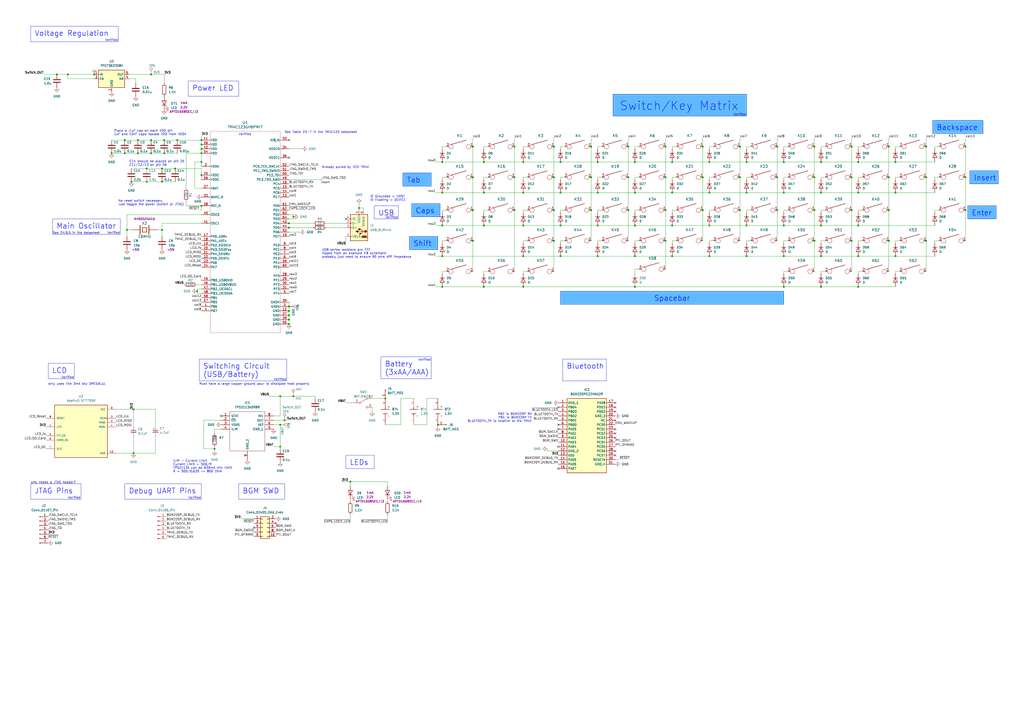
<source format=kicad_sch>
(kicad_sch (version 20230121) (generator eeschema)
  (paper "A2")
  (junction (at 325.12 148.59))
  (junction (at 386.08 139.7))
  (junction (at 274.32 85.09))
  (junction (at 472.44 85.09))
  (junction (at 325.12 111.76))
  (junction (at 537.21 139.7))
  (junction (at 170.18 229.87))
  (junction (at 165.1 243.84))
  (junction (at 386.08 121.92))
  (junction (at 454.66 111.76))
  (junction (at 476.25 166.37))
  (junction (at 170.18 125.73))
  (junction (at 476.25 111.76))
  (junction (at 450.85 85.09))
  (junction (at 39.37 43.18))
  (junction (at 321.31 121.92))
  (junction (at 364.49 121.92))
  (junction (at 116.84 93.98))
  (junction (at 494.03 102.87))
  (junction (at 494.03 85.09))
  (junction (at 342.9 102.87))
  (junction (at 346.71 93.98))
  (junction (at 411.48 111.76))
  (junction (at 346.71 130.81))
  (junction (at 101.6 97.79))
  (junction (at 102.87 81.28))
  (junction (at 515.62 121.92))
  (junction (at 346.71 148.59))
  (junction (at 93.98 105.41))
  (junction (at 223.52 231.14))
  (junction (at 560.07 85.09))
  (junction (at 162.56 246.38))
  (junction (at 560.07 102.87))
  (junction (at 77.47 237.49))
  (junction (at 124.46 260.35))
  (junction (at 537.21 85.09))
  (junction (at 411.48 93.98))
  (junction (at 167.64 132.08))
  (junction (at 472.44 102.87))
  (junction (at 537.21 102.87))
  (junction (at 33.02 43.18))
  (junction (at 515.62 102.87))
  (junction (at 476.25 93.98))
  (junction (at 389.89 148.59))
  (junction (at 429.26 85.09))
  (junction (at 368.3 93.98))
  (junction (at 116.84 81.28))
  (junction (at 116.84 83.82))
  (junction (at 386.08 102.87))
  (junction (at 321.31 139.7))
  (junction (at 342.9 85.09))
  (junction (at 116.84 86.36))
  (junction (at 368.3 130.81))
  (junction (at 497.84 111.76))
  (junction (at 93.98 133.35))
  (junction (at 280.67 166.37))
  (junction (at 407.67 85.09))
  (junction (at 274.32 102.87))
  (junction (at 433.07 111.76))
  (junction (at 389.89 93.98))
  (junction (at 116.84 101.6))
  (junction (at 497.84 93.98))
  (junction (at 433.07 130.81))
  (junction (at 519.43 111.76))
  (junction (at 389.89 130.81))
  (junction (at 167.64 180.34))
  (junction (at 114.3 168.91))
  (junction (at 95.25 81.28))
  (junction (at 476.25 130.81))
  (junction (at 407.67 121.92))
  (junction (at 167.64 129.54))
  (junction (at 364.49 85.09))
  (junction (at 54.61 43.18))
  (junction (at 450.85 121.92))
  (junction (at 454.66 93.98))
  (junction (at 280.67 111.76))
  (junction (at 76.2 105.41))
  (junction (at 433.07 93.98))
  (junction (at 95.25 88.9))
  (junction (at 72.39 81.28))
  (junction (at 497.84 148.59))
  (junction (at 450.85 102.87))
  (junction (at 85.09 105.41))
  (junction (at 274.32 139.7))
  (junction (at 256.54 93.98))
  (junction (at 497.84 166.37))
  (junction (at 162.56 229.87))
  (junction (at 497.84 130.81))
  (junction (at 303.53 148.59))
  (junction (at 519.43 148.59))
  (junction (at 303.53 166.37))
  (junction (at 87.63 43.18))
  (junction (at 472.44 139.7))
  (junction (at 519.43 93.98))
  (junction (at 93.98 97.79))
  (junction (at 64.77 88.9))
  (junction (at 298.45 102.87))
  (junction (at 494.03 121.92))
  (junction (at 303.53 130.81))
  (junction (at 298.45 85.09))
  (junction (at 256.54 111.76))
  (junction (at 411.48 148.59))
  (junction (at 167.64 177.8))
  (junction (at 364.49 102.87))
  (junction (at 116.84 88.9))
  (junction (at 167.64 182.88))
  (junction (at 256.54 166.37))
  (junction (at 87.63 81.28))
  (junction (at 389.89 111.76))
  (junction (at 203.2 279.4))
  (junction (at 325.12 130.81))
  (junction (at 254 246.38))
  (junction (at 303.53 93.98))
  (junction (at 476.25 148.59))
  (junction (at 87.63 88.9))
  (junction (at 411.48 130.81))
  (junction (at 346.71 111.76))
  (junction (at 85.09 97.79))
  (junction (at 303.53 111.76))
  (junction (at 368.3 111.76))
  (junction (at 454.66 148.59))
  (junction (at 280.67 130.81))
  (junction (at 208.28 120.65))
  (junction (at 429.26 102.87))
  (junction (at 298.45 121.92))
  (junction (at 515.62 139.7))
  (junction (at 515.62 85.09))
  (junction (at 73.66 133.35))
  (junction (at 167.64 185.42))
  (junction (at 325.12 93.98))
  (junction (at 368.3 148.59))
  (junction (at 77.47 262.89))
  (junction (at 454.66 130.81))
  (junction (at 321.31 102.87))
  (junction (at 433.07 148.59))
  (junction (at 256.54 148.59))
  (junction (at 407.67 102.87))
  (junction (at 454.66 166.37))
  (junction (at 72.39 88.9))
  (junction (at 472.44 121.92))
  (junction (at 274.32 121.92))
  (junction (at 256.54 130.81))
  (junction (at 368.3 166.37))
  (junction (at 116.84 119.38))
  (junction (at 560.07 121.92))
  (junction (at 494.03 139.7))
  (junction (at 162.56 259.08))
  (junction (at 321.31 85.09))
  (junction (at 80.01 81.28))
  (junction (at 429.26 121.92))
  (junction (at 167.64 187.96))
  (junction (at 342.9 121.92))
  (junction (at 386.08 85.09))
  (junction (at 280.67 93.98))
  (junction (at 80.01 88.9))
  (no_connect (at 160.02 303.53))
  (no_connect (at 323.85 248.92))
  (no_connect (at 356.87 251.46))
  (no_connect (at 323.85 271.78))
  (no_connect (at 356.87 254))
  (no_connect (at 356.87 233.68))
  (no_connect (at 167.64 91.44))
  (no_connect (at 356.87 261.62))
  (no_connect (at 323.85 246.38))
  (no_connect (at 356.87 248.92))
  (no_connect (at 200.66 127))
  (no_connect (at 323.85 236.22))
  (no_connect (at 147.32 306.07))
  (no_connect (at 128.27 241.3))
  (no_connect (at 167.64 81.28))
  (no_connect (at 356.87 238.76))
  (no_connect (at 356.87 236.22))
  (no_connect (at 323.85 259.08))
  (no_connect (at 356.87 264.16))
  (wire (pts (xy 542.29 102.87) (xy 544.83 102.87)))
  (wire (pts (xy 303.53 148.59) (xy 325.12 148.59)))
  (wire (pts (xy 200.66 233.68) (xy 205.74 233.68)))
  (wire (pts (xy 303.53 130.81) (xy 325.12 130.81)))
  (wire (pts (xy 252.73 93.98) (xy 256.54 93.98)))
  (wire (pts (xy 497.84 158.75) (xy 497.84 157.48)))
  (wire (pts (xy 497.84 121.92) (xy 500.38 121.92)))
  (wire (pts (xy 303.53 139.7) (xy 306.07 139.7)))
  (wire (pts (xy 433.07 130.81) (xy 454.66 130.81)))
  (wire (pts (xy 407.67 121.92) (xy 407.67 139.7)))
  (wire (pts (xy 303.53 140.97) (xy 303.53 139.7)))
  (wire (pts (xy 411.48 139.7) (xy 414.02 139.7)))
  (wire (pts (xy 386.08 102.87) (xy 386.08 121.92)))
  (wire (pts (xy 537.21 102.87) (xy 537.21 139.7)))
  (wire (pts (xy 368.3 166.37) (xy 454.66 166.37)))
  (wire (pts (xy 167.64 127) (xy 170.18 127)))
  (wire (pts (xy 386.08 121.92) (xy 386.08 139.7)))
  (wire (pts (xy 107.95 119.38) (xy 107.95 116.84)))
  (wire (pts (xy 186.69 104.14) (xy 186.69 106.68)))
  (wire (pts (xy 80.01 88.9) (xy 87.63 88.9)))
  (wire (pts (xy 321.31 80.01) (xy 321.31 85.09)))
  (wire (pts (xy 158.75 243.84) (xy 165.1 243.84)))
  (wire (pts (xy 298.45 85.09) (xy 298.45 102.87)))
  (wire (pts (xy 95.25 48.26) (xy 95.25 43.18)))
  (wire (pts (xy 429.26 121.92) (xy 429.26 139.7)))
  (wire (pts (xy 454.66 121.92) (xy 457.2 121.92)))
  (wire (pts (xy 433.07 85.09) (xy 433.07 86.36)))
  (wire (pts (xy 256.54 148.59) (xy 303.53 148.59)))
  (wire (pts (xy 189.23 129.54) (xy 200.66 129.54)))
  (wire (pts (xy 476.25 121.92) (xy 478.79 121.92)))
  (wire (pts (xy 519.43 86.36) (xy 519.43 85.09)))
  (wire (pts (xy 73.66 124.46) (xy 116.84 124.46)))
  (wire (pts (xy 454.66 85.09) (xy 457.2 85.09)))
  (wire (pts (xy 95.25 43.18) (xy 87.63 43.18)))
  (wire (pts (xy 167.64 132.08) (xy 181.61 132.08)))
  (wire (pts (xy 256.54 121.92) (xy 259.08 121.92)))
  (wire (pts (xy 124.46 260.35) (xy 124.46 259.08)))
  (wire (pts (xy 167.64 180.34) (xy 167.64 182.88)))
  (wire (pts (xy 87.63 81.28) (xy 95.25 81.28)))
  (wire (pts (xy 208.28 118.11) (xy 208.28 120.65)))
  (wire (pts (xy 542.29 123.19) (xy 542.29 121.92)))
  (wire (pts (xy 128.27 243.84) (xy 118.11 243.84)))
  (wire (pts (xy 411.48 93.98) (xy 433.07 93.98)))
  (wire (pts (xy 497.84 130.81) (xy 542.29 130.81)))
  (wire (pts (xy 321.31 85.09) (xy 321.31 102.87)))
  (wire (pts (xy 364.49 85.09) (xy 364.49 102.87)))
  (wire (pts (xy 232.41 246.38) (xy 223.52 246.38)))
  (wire (pts (xy 165.1 129.54) (xy 167.64 129.54)))
  (wire (pts (xy 303.53 93.98) (xy 325.12 93.98)))
  (wire (pts (xy 321.31 102.87) (xy 321.31 121.92)))
  (wire (pts (xy 411.48 85.09) (xy 414.02 85.09)))
  (wire (pts (xy 476.25 130.81) (xy 497.84 130.81)))
  (wire (pts (xy 433.07 121.92) (xy 435.61 121.92)))
  (wire (pts (xy 321.31 121.92) (xy 321.31 139.7)))
  (wire (pts (xy 494.03 80.01) (xy 494.03 85.09)))
  (wire (pts (xy 515.62 102.87) (xy 515.62 121.92)))
  (wire (pts (xy 435.61 85.09) (xy 433.07 85.09)))
  (wire (pts (xy 429.26 102.87) (xy 429.26 121.92)))
  (wire (pts (xy 411.48 102.87) (xy 414.02 102.87)))
  (wire (pts (xy 39.37 45.72) (xy 39.37 43.18)))
  (wire (pts (xy 411.48 104.14) (xy 411.48 102.87)))
  (wire (pts (xy 542.29 86.36) (xy 542.29 85.09)))
  (wire (pts (xy 411.48 111.76) (xy 433.07 111.76)))
  (wire (pts (xy 203.2 279.4) (xy 203.2 281.94)))
  (wire (pts (xy 280.67 158.75) (xy 280.67 157.48)))
  (wire (pts (xy 368.3 104.14) (xy 368.3 102.87)))
  (wire (pts (xy 303.53 166.37) (xy 368.3 166.37)))
  (wire (pts (xy 256.54 139.7) (xy 259.08 139.7)))
  (wire (pts (xy 95.25 81.28) (xy 102.87 81.28)))
  (wire (pts (xy 411.48 86.36) (xy 411.48 85.09)))
  (wire (pts (xy 317.5 261.62) (xy 323.85 261.62)))
  (wire (pts (xy 386.08 85.09) (xy 386.08 102.87)))
  (wire (pts (xy 90.17 247.65) (xy 90.17 237.49)))
  (wire (pts (xy 476.25 166.37) (xy 497.84 166.37)))
  (wire (pts (xy 158.75 241.3) (xy 162.56 241.3)))
  (wire (pts (xy 497.84 140.97) (xy 497.84 139.7)))
  (wire (pts (xy 240.03 231.14) (xy 232.41 231.14)))
  (wire (pts (xy 116.84 170.18) (xy 114.3 170.18)))
  (wire (pts (xy 364.49 121.92) (xy 364.49 139.7)))
  (wire (pts (xy 497.84 123.19) (xy 497.84 121.92)))
  (wire (pts (xy 476.25 148.59) (xy 497.84 148.59)))
  (wire (pts (xy 454.66 139.7) (xy 457.2 139.7)))
  (wire (pts (xy 33.02 43.18) (xy 39.37 43.18)))
  (wire (pts (xy 389.89 123.19) (xy 389.89 121.92)))
  (wire (pts (xy 78.74 45.72) (xy 78.74 48.26)))
  (wire (pts (xy 247.65 246.38) (xy 240.03 246.38)))
  (wire (pts (xy 476.25 86.36) (xy 476.25 85.09)))
  (wire (pts (xy 224.79 281.94) (xy 224.79 279.4)))
  (wire (pts (xy 73.66 133.35) (xy 73.66 137.16)))
  (wire (pts (xy 346.71 86.36) (xy 346.71 85.09)))
  (wire (pts (xy 325.12 85.09) (xy 327.66 85.09)))
  (wire (pts (xy 203.2 290.83) (xy 203.2 289.56)))
  (wire (pts (xy 93.98 133.35) (xy 93.98 137.16)))
  (wire (pts (xy 303.53 104.14) (xy 303.53 102.87)))
  (wire (pts (xy 165.1 132.08) (xy 167.64 132.08)))
  (wire (pts (xy 114.3 167.64) (xy 114.3 168.91)))
  (wire (pts (xy 116.84 97.79) (xy 101.6 97.79)))
  (wire (pts (xy 368.3 102.87) (xy 370.84 102.87)))
  (wire (pts (xy 90.17 237.49) (xy 77.47 237.49)))
  (wire (pts (xy 303.53 157.48) (xy 306.07 157.48)))
  (wire (pts (xy 256.54 85.09) (xy 259.08 85.09)))
  (wire (pts (xy 170.18 127) (xy 170.18 125.73)))
  (wire (pts (xy 368.3 148.59) (xy 389.89 148.59)))
  (wire (pts (xy 107.95 119.38) (xy 116.84 119.38)))
  (wire (pts (xy 454.66 148.59) (xy 476.25 148.59)))
  (wire (pts (xy 321.31 139.7) (xy 321.31 157.48)))
  (wire (pts (xy 25.4 43.18) (xy 33.02 43.18)))
  (wire (pts (xy 450.85 85.09) (xy 450.85 102.87)))
  (wire (pts (xy 454.66 93.98) (xy 476.25 93.98)))
  (wire (pts (xy 85.09 97.79) (xy 93.98 97.79)))
  (wire (pts (xy 256.54 86.36) (xy 256.54 85.09)))
  (wire (pts (xy 476.25 139.7) (xy 478.79 139.7)))
  (wire (pts (xy 342.9 80.01) (xy 342.9 85.09)))
  (wire (pts (xy 64.77 81.28) (xy 72.39 81.28)))
  (wire (pts (xy 303.53 102.87) (xy 306.07 102.87)))
  (wire (pts (xy 472.44 85.09) (xy 472.44 102.87)))
  (wire (pts (xy 303.53 111.76) (xy 325.12 111.76)))
  (wire (pts (xy 298.45 80.01) (xy 298.45 85.09)))
  (wire (pts (xy 433.07 148.59) (xy 454.66 148.59)))
  (wire (pts (xy 256.54 140.97) (xy 256.54 139.7)))
  (wire (pts (xy 91.44 133.35) (xy 93.98 133.35)))
  (wire (pts (xy 476.25 111.76) (xy 497.84 111.76)))
  (wire (pts (xy 325.12 121.92) (xy 327.66 121.92)))
  (wire (pts (xy 116.84 109.22) (xy 113.03 109.22)))
  (wire (pts (xy 537.21 85.09) (xy 537.21 102.87)))
  (wire (pts (xy 560.07 102.87) (xy 560.07 121.92)))
  (wire (pts (xy 303.53 86.36) (xy 303.53 85.09)))
  (wire (pts (xy 450.85 102.87) (xy 450.85 121.92)))
  (wire (pts (xy 368.3 86.36) (xy 368.3 85.09)))
  (wire (pts (xy 252.73 130.81) (xy 256.54 130.81)))
  (wire (pts (xy 519.43 158.75) (xy 519.43 157.48)))
  (wire (pts (xy 411.48 123.19) (xy 411.48 121.92)))
  (wire (pts (xy 113.03 93.98) (xy 116.84 93.98)))
  (wire (pts (xy 429.26 85.09) (xy 429.26 102.87)))
  (wire (pts (xy 515.62 121.92) (xy 515.62 139.7)))
  (wire (pts (xy 389.89 111.76) (xy 411.48 111.76)))
  (wire (pts (xy 368.3 121.92) (xy 370.84 121.92)))
  (wire (pts (xy 342.9 102.87) (xy 342.9 121.92)))
  (wire (pts (xy 368.3 123.19) (xy 368.3 121.92)))
  (wire (pts (xy 116.84 121.92) (xy 116.84 119.38)))
  (wire (pts (xy 346.71 102.87) (xy 349.25 102.87)))
  (wire (pts (xy 298.45 102.87) (xy 298.45 121.92)))
  (wire (pts (xy 560.07 80.01) (xy 560.07 85.09)))
  (wire (pts (xy 167.64 185.42) (xy 167.64 187.96)))
  (wire (pts (xy 90.17 262.89) (xy 77.47 262.89)))
  (wire (pts (xy 116.84 93.98) (xy 116.84 96.52)))
  (wire (pts (xy 497.84 86.36) (xy 497.84 85.09)))
  (wire (pts (xy 167.64 86.36) (xy 175.26 86.36)))
  (wire (pts (xy 389.89 130.81) (xy 411.48 130.81)))
  (wire (pts (xy 115.57 121.92) (xy 116.84 121.92)))
  (wire (pts (xy 274.32 85.09) (xy 274.32 102.87)))
  (wire (pts (xy 93.98 97.79) (xy 101.6 97.79)))
  (wire (pts (xy 256.54 102.87) (xy 259.08 102.87)))
  (wire (pts (xy 433.07 111.76) (xy 454.66 111.76)))
  (wire (pts (xy 107.95 109.22) (xy 107.95 88.9)))
  (wire (pts (xy 215.9 238.76) (xy 215.9 236.22)))
  (wire (pts (xy 210.82 120.65) (xy 208.28 120.65)))
  (wire (pts (xy 325.12 123.19) (xy 325.12 121.92)))
  (wire (pts (xy 389.89 148.59) (xy 411.48 148.59)))
  (wire (pts (xy 167.64 177.8) (xy 167.64 180.34)))
  (wire (pts (xy 497.84 148.59) (xy 519.43 148.59)))
  (wire (pts (xy 537.21 80.01) (xy 537.21 85.09)))
  (wire (pts (xy 368.3 130.81) (xy 389.89 130.81)))
  (wire (pts (xy 515.62 139.7) (xy 515.62 157.48)))
  (wire (pts (xy 167.64 175.26) (xy 167.64 177.8)))
  (wire (pts (xy 476.25 93.98) (xy 497.84 93.98)))
  (wire (pts (xy 274.32 102.87) (xy 274.32 121.92)))
  (wire (pts (xy 325.12 93.98) (xy 346.71 93.98)))
  (wire (pts (xy 346.71 139.7) (xy 349.25 139.7)))
  (wire (pts (xy 515.62 80.01) (xy 515.62 85.09)))
  (wire (pts (xy 280.67 157.48) (xy 283.21 157.48)))
  (wire (pts (xy 162.56 241.3) (xy 162.56 229.87)))
  (wire (pts (xy 280.67 130.81) (xy 303.53 130.81)))
  (wire (pts (xy 116.84 101.6) (xy 116.84 97.79)))
  (wire (pts (xy 454.66 157.48) (xy 457.2 157.48)))
  (wire (pts (xy 256.54 130.81) (xy 280.67 130.81)))
  (wire (pts (xy 76.2 97.79) (xy 85.09 97.79)))
  (wire (pts (xy 325.12 148.59) (xy 346.71 148.59)))
  (wire (pts (xy 224.79 298.45) (xy 224.79 303.53)))
  (wire (pts (xy 494.03 139.7) (xy 494.03 157.48)))
  (wire (pts (xy 346.71 93.98) (xy 368.3 93.98)))
  (wire (pts (xy 107.95 88.9) (xy 116.84 88.9)))
  (wire (pts (xy 72.39 81.28) (xy 80.01 81.28)))
  (wire (pts (xy 74.93 43.18) (xy 87.63 43.18)))
  (wire (pts (xy 542.29 139.7) (xy 544.83 139.7)))
  (wire (pts (xy 519.43 93.98) (xy 542.29 93.98)))
  (wire (pts (xy 450.85 121.92) (xy 450.85 139.7)))
  (wire (pts (xy 325.12 111.76) (xy 346.71 111.76)))
  (wire (pts (xy 162.56 260.35) (xy 162.56 259.08)))
  (wire (pts (xy 411.48 121.92) (xy 414.02 121.92)))
  (wire (pts (xy 54.61 45.72) (xy 39.37 45.72)))
  (wire (pts (xy 116.84 86.36) (xy 116.84 88.9)))
  (wire (pts (xy 342.9 85.09) (xy 342.9 102.87)))
  (wire (pts (xy 411.48 140.97) (xy 411.48 139.7)))
  (wire (pts (xy 113.03 109.22) (xy 113.03 93.98)))
  (wire (pts (xy 519.43 148.59) (xy 542.29 148.59)))
  (wire (pts (xy 118.11 243.84) (xy 118.11 260.35)))
  (wire (pts (xy 274.32 80.01) (xy 274.32 85.09)))
  (wire (pts (xy 368.3 111.76) (xy 389.89 111.76)))
  (wire (pts (xy 433.07 104.14) (xy 433.07 102.87)))
  (wire (pts (xy 73.66 133.35) (xy 73.66 124.46)))
  (wire (pts (xy 256.54 158.75) (xy 256.54 157.48)))
  (wire (pts (xy 325.12 104.14) (xy 325.12 102.87)))
  (wire (pts (xy 252.73 148.59) (xy 256.54 148.59)))
  (wire (pts (xy 325.12 86.36) (xy 325.12 85.09)))
  (wire (pts (xy 346.71 111.76) (xy 368.3 111.76)))
  (wire (pts (xy 39.37 43.18) (xy 54.61 43.18)))
  (wire (pts (xy 116.84 78.74) (xy 116.84 81.28)))
  (wire (pts (xy 274.32 121.92) (xy 274.32 139.7)))
  (wire (pts (xy 303.53 158.75) (xy 303.53 157.48)))
  (wire (pts (xy 346.71 140.97) (xy 346.71 139.7)))
  (wire (pts (xy 80.01 81.28) (xy 87.63 81.28)))
  (wire (pts (xy 116.84 161.29) (xy 116.84 162.56)))
  (wire (pts (xy 198.12 279.4) (xy 203.2 279.4)))
  (wire (pts (xy 72.39 88.9) (xy 80.01 88.9)))
  (wire (pts (xy 472.44 102.87) (xy 472.44 121.92)))
  (wire (pts (xy 280.67 104.14) (xy 280.67 102.87)))
  (wire (pts (xy 519.43 104.14) (xy 519.43 102.87)))
  (wire (pts (xy 76.2 133.35) (xy 73.66 133.35)))
  (wire (pts (xy 116.84 88.9) (xy 116.84 93.98)))
  (wire (pts (xy 454.66 140.97) (xy 454.66 139.7)))
  (wire (pts (xy 537.21 139.7) (xy 537.21 157.48)))
  (wire (pts (xy 368.3 93.98) (xy 389.89 93.98)))
  (wire (pts (xy 346.71 148.59) (xy 368.3 148.59)))
  (wire (pts (xy 167.64 134.62) (xy 173.99 134.62)))
  (wire (pts (xy 317.5 260.35) (xy 317.5 261.62)))
  (wire (pts (xy 158.75 259.08) (xy 162.56 259.08)))
  (wire (pts (xy 497.84 157.48) (xy 500.38 157.48)))
  (wire (pts (xy 560.07 121.92) (xy 560.07 139.7)))
  (wire (pts (xy 364.49 80.01) (xy 364.49 85.09)))
  (wire (pts (xy 497.84 104.14) (xy 497.84 102.87)))
  (wire (pts (xy 433.07 139.7) (xy 435.61 139.7)))
  (wire (pts (xy 389.89 104.14) (xy 389.89 102.87)))
  (wire (pts (xy 497.84 139.7) (xy 500.38 139.7)))
  (wire (pts (xy 252.73 166.37) (xy 256.54 166.37)))
  (wire (pts (xy 280.67 166.37) (xy 303.53 166.37)))
  (wire (pts (xy 85.09 105.41) (xy 93.98 105.41)))
  (wire (pts (xy 407.67 80.01) (xy 407.67 85.09)))
  (wire (pts (xy 342.9 121.92) (xy 342.9 139.7)))
  (wire (pts (xy 519.43 139.7) (xy 521.97 139.7)))
  (wire (pts (xy 346.71 85.09) (xy 349.25 85.09)))
  (wire (pts (xy 215.9 231.14) (xy 223.52 231.14)))
  (wire (pts (xy 346.71 121.92) (xy 349.25 121.92)))
  (wire (pts (xy 280.67 123.19) (xy 280.67 121.92)))
  (wire (pts (xy 303.53 121.92) (xy 306.07 121.92)))
  (wire (pts (xy 389.89 140.97) (xy 389.89 139.7)))
  (wire (pts (xy 303.53 123.19) (xy 303.53 121.92)))
  (wire (pts (xy 364.49 102.87) (xy 364.49 121.92)))
  (wire (pts (xy 389.89 139.7) (xy 392.43 139.7)))
  (wire (pts (xy 476.25 104.14) (xy 476.25 102.87)))
  (wire (pts (xy 77.47 237.49) (xy 77.47 247.65)))
  (wire (pts (xy 454.66 86.36) (xy 454.66 85.09)))
  (wire (pts (xy 454.66 130.81) (xy 476.25 130.81)))
  (wire (pts (xy 182.88 229.87) (xy 182.88 231.14)))
  (wire (pts (xy 515.62 85.09) (xy 515.62 102.87)))
  (wire (pts (xy 167.64 182.88) (xy 167.64 185.42)))
  (wire (pts (xy 389.89 121.92) (xy 392.43 121.92)))
  (wire (pts (xy 280.67 102.87) (xy 283.21 102.87)))
  (wire (pts (xy 433.07 140.97) (xy 433.07 139.7)))
  (wire (pts (xy 67.31 237.49) (xy 77.47 237.49)))
  (wire (pts (xy 116.84 81.28) (xy 116.84 83.82)))
  (wire (pts (xy 256.54 93.98) (xy 280.67 93.98)))
  (wire (pts (xy 208.28 120.65) (xy 208.28 121.92)))
  (wire (pts (xy 93.98 133.35) (xy 93.98 129.54)))
  (wire (pts (xy 542.29 85.09) (xy 544.83 85.09)))
  (wire (pts (xy 280.67 85.09) (xy 283.21 85.09)))
  (wire (pts (xy 368.3 156.21) (xy 370.84 156.21)))
  (wire (pts (xy 247.65 231.14) (xy 247.65 246.38)))
  (wire (pts (xy 454.66 123.19) (xy 454.66 121.92)))
  (wire (pts (xy 116.84 167.64) (xy 114.3 167.64)))
  (wire (pts (xy 182.88 229.87) (xy 170.18 229.87)))
  (wire (pts (xy 76.2 105.41) (xy 85.09 105.41)))
  (wire (pts (xy 224.79 279.4) (xy 203.2 279.4)))
  (wire (pts (xy 95.25 88.9) (xy 102.87 88.9)))
  (wire (pts (xy 102.87 81.28) (xy 116.84 81.28)))
  (wire (pts (xy 232.41 231.14) (xy 232.41 246.38)))
  (wire (pts (xy 256.54 123.19) (xy 256.54 121.92)))
  (wire (pts (xy 454.66 166.37) (xy 476.25 166.37)))
  (wire (pts (xy 476.25 140.97) (xy 476.25 139.7)))
  (wire (pts (xy 124.46 248.92) (xy 128.27 248.92)))
  (wire (pts (xy 454.66 102.87) (xy 457.2 102.87)))
  (wire (pts (xy 476.25 123.19) (xy 476.25 121.92)))
  (wire (pts (xy 560.07 85.09) (xy 560.07 102.87)))
  (wire (pts (xy 118.11 260.35) (xy 124.46 260.35)))
  (wire (pts (xy 200.66 137.16) (xy 200.66 142.24)))
  (wire (pts (xy 386.08 139.7) (xy 386.08 156.21)))
  (wire (pts (xy 124.46 261.62) (xy 124.46 260.35)))
  (wire (pts (xy 346.71 104.14) (xy 346.71 102.87)))
  (wire (pts (xy 170.18 124.46) (xy 170.18 125.73)))
  (wire (pts (xy 389.89 85.09) (xy 392.43 85.09)))
  (wire (pts (xy 162.56 229.87) (xy 170.18 229.87)))
  (wire (pts (xy 280.67 93.98) (xy 303.53 93.98)))
  (wire (pts (xy 476.25 85.09) (xy 478.79 85.09)))
  (wire (pts (xy 476.25 102.87) (xy 478.79 102.87)))
  (wire (pts (xy 411.48 148.59) (xy 433.07 148.59)))
  (wire (pts (xy 189.23 132.08) (xy 200.66 132.08)))
  (wire (pts (xy 497.84 93.98) (xy 519.43 93.98)))
  (wire (pts (xy 162.56 246.38) (xy 158.75 246.38)))
  (wire (pts (xy 472.44 121.92) (xy 472.44 139.7)))
  (wire (pts (xy 542.29 121.92) (xy 544.83 121.92)))
  (wire (pts (xy 280.67 86.36) (xy 280.67 85.09)))
  (wire (pts (xy 519.43 140.97) (xy 519.43 139.7)))
  (wire (pts (xy 346.71 130.81) (xy 368.3 130.81)))
  (wire (pts (xy 165.1 243.84) (xy 166.37 243.84)))
  (wire (pts (xy 256.54 111.76) (xy 280.67 111.76)))
  (wire (pts (xy 74.93 45.72) (xy 78.74 45.72)))
  (wire (pts (xy 252.73 111.76) (xy 256.54 111.76)))
  (wire (pts (xy 368.3 140.97) (xy 368.3 139.7)))
  (wire (pts (xy 519.43 157.48) (xy 521.97 157.48)))
  (wire (pts (xy 346.71 123.19) (xy 346.71 121.92)))
  (wire (pts (xy 256.54 104.14) (xy 256.54 102.87)))
  (wire (pts (xy 77.47 252.73) (xy 77.47 262.89)))
  (wire (pts (xy 274.32 139.7) (xy 274.32 157.48)))
  (wire (pts (xy 254 247.65) (xy 254 246.38)))
  (wire (pts (xy 542.29 104.14) (xy 542.29 102.87)))
  (wire (pts (xy 114.3 170.18) (xy 114.3 168.91)))
  (wire (pts (xy 325.12 139.7) (xy 327.66 139.7)))
  (wire (pts (xy 256.54 157.48) (xy 259.08 157.48)))
  (wire (pts (xy 450.85 80.01) (xy 450.85 85.09)))
  (wire (pts (xy 325.12 102.87) (xy 327.66 102.87)))
  (wire (pts (xy 433.07 93.98) (xy 454.66 93.98)))
  (wire (pts (xy 116.84 83.82) (xy 116.84 86.36)))
  (wire (pts (xy 303.53 85.09) (xy 306.07 85.09)))
  (wire (pts (xy 472.44 80.01) (xy 472.44 85.09)))
  (wire (pts (xy 454.66 111.76) (xy 476.25 111.76)))
  (wire (pts (xy 156.21 229.87) (xy 162.56 229.87)))
  (wire (pts (xy 254 231.14) (xy 247.65 231.14)))
  (wire (pts (xy 325.12 140.97) (xy 325.12 139.7)))
  (wire (pts (xy 224.79 289.56) (xy 224.79 290.83)))
  (wire (pts (xy 542.29 140.97) (xy 542.29 139.7)))
  (wire (pts (xy 368.3 158.75) (xy 368.3 156.21)))
  (wire (pts (xy 519.43 102.87) (xy 521.97 102.87)))
  (wire (pts (xy 411.48 130.81) (xy 433.07 130.81)))
  (wire (pts (xy 139.7 300.99) (xy 147.32 300.99)))
  (wire (pts (xy 476.25 157.48) (xy 478.79 157.48)))
  (wire (pts (xy 389.89 93.98) (xy 411.48 93.98)))
  (wire (pts (xy 429.26 80.01) (xy 429.26 85.09)))
  (wire (pts (xy 519.43 111.76) (xy 542.29 111.76)))
  (wire (pts (xy 87.63 88.9) (xy 95.25 88.9)))
  (wire (pts (xy 389.89 86.36) (xy 389.89 85.09)))
  (wire (pts (xy 454.66 104.14) (xy 454.66 102.87)))
  (wire (pts (xy 325.12 130.81) (xy 346.71 130.81)))
  (wire (pts (xy 167.64 129.54) (xy 181.61 129.54)))
  (wire (pts (xy 90.17 252.73) (xy 90.17 262.89)))
  (wire (pts (xy 494.03 121.92) (xy 494.03 139.7)))
  (wire (pts (xy 64.77 88.9) (xy 72.39 88.9)))
  (wire (pts (xy 433.07 123.19) (xy 433.07 121.92)))
  (wire (pts (xy 386.08 80.01) (xy 386.08 85.09)))
  (wire (pts (xy 497.84 111.76) (xy 519.43 111.76)))
  (wire (pts (xy 476.25 158.75) (xy 476.25 157.48)))
  (wire (pts (xy 167.64 124.46) (xy 170.18 124.46)))
  (wire (pts (xy 256.54 166.37) (xy 280.67 166.37)))
  (wire (pts (xy 77.47 262.89) (xy 67.31 262.89)))
  (wire (pts (xy 497.84 102.87) (xy 500.38 102.87)))
  (wire (pts (xy 494.03 85.09) (xy 494.03 102.87)))
  (wire (pts (xy 433.07 102.87) (xy 435.61 102.87)))
  (wire (pts (xy 407.67 102.87) (xy 407.67 121.92)))
  (wire (pts (xy 359.41 266.7) (xy 356.87 266.7)))
  (wire (pts (xy 497.84 85.09) (xy 500.38 85.09)))
  (wire (pts (xy 368.3 85.09) (xy 370.84 85.09)))
  (wire (pts (xy 162.56 259.08) (xy 162.56 246.38)))
  (wire (pts (xy 407.67 85.09) (xy 407.67 102.87)))
  (wire (pts (xy 519.43 85.09) (xy 521.97 85.09)))
  (wire (pts (xy 210.82 121.92) (xy 210.82 120.65)))
  (wire (pts (xy 494.03 102.87) (xy 494.03 121.92)))
  (wire (pts (xy 186.69 104.14) (xy 167.64 104.14)))
  (wire (pts (xy 116.84 101.6) (xy 116.84 104.14)))
  (wire (pts (xy 472.44 139.7) (xy 472.44 157.48)))
  (wire (pts (xy 497.84 166.37) (xy 519.43 166.37)))
  (wire (pts (xy 454.66 158.75) (xy 454.66 157.48)))
  (wire (pts (xy 280.67 111.76) (xy 303.53 111.76)))
  (wire (pts (xy 93.98 129.54) (xy 116.84 129.54)))
  (wire (pts (xy 203.2 298.45) (xy 203.2 303.53)))
  (wire (pts (xy 93.98 105.41) (xy 101.6 105.41)))
  (wire (pts (xy 368.3 139.7) (xy 370.84 139.7)))
  (wire (pts (xy 124.46 251.46) (xy 124.46 248.92)))
  (wire (pts (xy 280.67 121.92) (xy 283.21 121.92)))
  (wire (pts (xy 389.89 102.87) (xy 392.43 102.87)))
  (wire (pts (xy 114.3 165.1) (xy 116.84 165.1)))
  (wire (pts (xy 298.45 121.92) (xy 298.45 157.48)))
  (text_box "Shift" (at 237.49 137.16 0) (size 16.51 7.62) (fill (type color) (color 97 186 255 1)) (effects (font (size 3 3) (thickness 0.254) bold) (justify left top)))
  (text_box "Main Oscillator\n" (at 30.48 127 0) (size 39.37 8.89) (effects (font (size 3 3) (thickness 0.254) bold) (justify left top)))
  (text_box "Caps" (at 238.76 118.11 0) (size 16.51 7.62) (fill (type color) (color 97 186 255 1)) (effects (font (size 3 3) (thickness 0.254) bold) (justify left top)))
  (text_box "JTAG Pins" (at 17.78 280.67 0) (size 29.21 8.89) (effects (font (size 3 3) (thickness 0.254) bold) (justify left top)))
  (text_box "Bluetooth" (at 326.39 208.28 0) (size 25.4 12.7) (effects (font (size 3 3) (thickness 0.254) bold) (justify left top)))
  (text_box "USB" (at 217.17 119.38 0) (size 13.97 7.62) (effects (font (size 3 3) (thickness 0.254) bold) (justify left top)))
  (text_box "LCD" (at 27.94 210.82 0) (size 15.24 8.89) (effects (font (size 3 3) (thickness 0.254) bold) (justify left top)))
  (text_box "Insert" (at 562.61 99.06 0) (size 16.51 7.62) (fill (type color) (color 97 186 255 1)) (effects (font (size 3 3) (thickness 0.254) bold) (justify left top)))
  (text_box "Voltage Regulation\n" (at 17.78 15.24 0) (size 50.8 8.89) (effects (font (size 3 3) (thickness 0.254) bold) (justify left top)))
  (text_box "Backspace" (at 541.02 69.85 0) (size 29.21 7.62) (fill (type color) (color 97 186 255 1)) (effects (font (size 3 3) (thickness 0.254) bold) (justify left top)))
  (text_box "Switch/Key Matrix\n" (at 355.6 54.61 0) (size 77.47 12.7) (fill (type color) (color 97 186 255 1)) (effects (font (size 5 5) (thickness 0.254) bold) (justify left top)))
  (text_box "Tab" (at 233.68 100.33 0) (size 16.51 7.62) (fill (type color) (color 97 186 255 1)) (effects (font (size 3 3) (thickness 0.254) bold) (justify left top)))
  (text_box "Enter" (at 561.34 119.38 0) (size 16.51 7.62) (fill (type color) (color 97 186 255 1)) (effects (font (size 3 3) (thickness 0.254) bold) (justify left top)))
  (text_box "BGM SWD" (at 138.43 280.67 0) (size 26.67 8.89) (effects (font (size 3 3) (thickness 0.254) bold) (justify left top)))
  (text_box "Battery (3xAA/AAA)\n" (at 220.98 207.01 0) (size 29.21 12.7) (effects (font (size 3 3) (thickness 0.254) bold) (justify left top)))
  (text_box "Debug UART Pins\n" (at 72.39 280.67 0) (size 44.45 8.89) (effects (font (size 3 3) (thickness 0.254) bold) (justify left top)))
  (text_box "Switching Circuit (USB/Battery)" (at 115.57 208.28 0) (size 50.8 12.7) (effects (font (size 3 3) (thickness 0.254) bold) (justify left top)))
  (text_box "Spacebar" (at 325.12 168.91 0) (size 129.54 7.62) (fill (type color) (color 97 186 255 1)) (effects (font (size 3 3) (thickness 0.254) bold) (justify top)))
  (text_box "Power LED\n" (at 109.22 46.99 0) (size 29.21 8.89) (effects (font (size 3 3) (thickness 0.254) bold) (justify left top)))
  (text_box "LEDs\n" (at 200.66 264.16 0) (size 16.51 7.62) (effects (font (size 3 3) (thickness 0.254) bold) (justify left top)))
  (text "See 24.9.5 in the datasheet\n" (at 30.48 135.89 0) (effects (font (size 1.27 1.27)) (justify left bottom)))
  (text "Verified\n" (at 62.23 135.89 0) (effects (font (size 1.27 1.27)) (justify left bottom)))
  (text "Already pulled by ICDI TM4C\n" (at 186.69 97.79 0) (effects (font (size 1.27 1.27)) (justify left bottom)))
  (text "C14 should be placed on pin 25\nC11/12/13 on pin 56" (at 74.93 96.52 0) (effects (font (size 1.27 1.27)) (justify left bottom)))
  (text "Verified\n" (at 158.75 220.98 0) (effects (font (size 1.27 1.27)) (justify left bottom)))
  (text "Verified\n" (at 35.56 219.71 0) (effects (font (size 1.27 1.27)) (justify left bottom)))
  (text "only uses like 3mA btw OMEGALUL\n" (at 27.94 223.52 0) (effects (font (size 1.27 1.27)) (justify left bottom)))
  (text "Verified\n" (at 138.43 78.74 0) (effects (font (size 1.27 1.27)) (justify left bottom)))
  (text "Verified\n" (at 223.52 127 0) (effects (font (size 1.27 1.27)) (justify left bottom)))
  (text "Verified\n" (at 60.96 24.13 0) (effects (font (size 1.27 1.27)) (justify left bottom)))
  (text "Verified\n" (at 425.45 67.31 0) (effects (font (size 1.27 1.27)) (justify left bottom)))
  (text "Verified\n" (at 242.57 209.55 0) (effects (font (size 1.27 1.27)) (justify left bottom)))
  (text "No reset switch necessary\nJust toggle the power (switch or JTAG)" (at 68.58 119.38 0) (effects (font (size 1.27 1.27)) (justify left bottom)))
  (text "Verified\n" (at 39.37 289.56 0) (effects (font (size 1.27 1.27)) (justify left bottom)))
  (text "Verified\n" (at 109.22 289.56 0) (effects (font (size 1.27 1.27)) (justify left bottom)))
  (text "Place a .1uF cap on each VDD pin\n1uF and 10nF caps isolate VDD from VDDA" (at 66.04 78.74 0) (effects (font (size 1.27 1.27)) (justify left bottom)))
  (text "ILIM - Current Limit\nCurrent Limit = 500/R\nTPS2113A can do 630mA min limit\nR = 500/0.630 ~= 800 Ohm\n" (at 100.33 274.32 0) (effects (font (size 1.27 1.27)) (justify left bottom)))
  (text "who needs a JTAG header? " (at 17.78 280.67 0) (effects (font (size 1.27 1.27)) (justify left bottom)))
  (text "ID Grounded = HOST\nID Floating = DEVICE\n" (at 214.63 116.84 0) (effects (font (size 1.27 1.27)) (justify left bottom)))
  (text "USB series resistors are ???\nripped from an example KB schematic\nprobably just need to ensure 90 ohm diff impedance\n" (at 186.69 149.86 0) (effects (font (size 1.27 1.27)) (justify left bottom)))
  (text "PB2 is BGM220P RX\nPB1 is BGM220P TX\nBLUETOOTH_?X is relative to the TM4C\n" (at 308.61 245.11 0) (effects (font (size 1.27 1.27)) (justify right bottom)))
  (text "See Table 23-7 in the TM4C123 datasheet" (at 165.1 77.47 0) (effects (font (size 1.27 1.27)) (justify left bottom)))
  (text "Must have a large copper ground pour to dissipate heat properly" (at 115.57 223.52 0) (effects (font (size 1.27 1.27)) (justify left bottom)))
  (label "BGM220P_DEBUG_RX" (at 323.85 269.24 180))
  (label "BLUETOOTH_RX" (at 323.85 243.84 180))
  (label "col9" (at 472.44 80.01 0))
  (label "col12" (at 537.21 80.01 0))
  (label "BGM_SWCLK" (at 323.85 251.46 180))
  (label "BGM220P_DEBUG_RX" (at 96.52 302.26 0))
  (label "col6" (at 167.64 149.86 0))
  (label "row4" (at 252.73 166.37 180))
  (label "PTI_DOUT" (at 356.87 256.54 0))
  (label "col6" (at 407.67 80.01 0))
  (label "~{CAPS_LOCK_LED}" (at 203.2 303.53 180))
  (label "VBUS" (at 156.21 229.87 180) (effects (font (thickness 0.254) bold)))
  (label "LCD_SD_Card" (at 116.84 161.29 180))
  (label "TM4C_DEBUG_TX" (at 116.84 139.7 180))
  (label "~{BLUETOOTH_LED}" (at 224.79 303.53 180))
  (label "col3" (at 342.9 80.01 0))
  (label "LCD_SD_Card" (at 26.67 255.27 180))
  (label "col1" (at 167.64 114.3 0))
  (label "VBUS" (at 200.66 142.24 180) (effects (font (thickness 0.254) bold)))
  (label "row4" (at 186.69 106.68 0))
  (label "col8" (at 450.85 80.01 0))
  (label "~{RESET}" (at 115.57 121.92 180))
  (label "LCD_clk" (at 67.31 242.57 0))
  (label "BGM_SWO" (at 160.02 306.07 0))
  (label "col12" (at 116.84 172.72 180))
  (label "3V3" (at 116.84 78.74 0) (effects (font bold)))
  (label "JTAG_TDI" (at 167.64 101.6 0))
  (label "row3" (at 167.64 160.02 0))
  (label "col10" (at 167.64 154.94 0))
  (label "LCD_MISO" (at 116.84 147.32 180))
  (label "BGM_SWO" (at 323.85 256.54 180))
  (label "col0" (at 167.64 111.76 0))
  (label "BGM_SWCLK" (at 160.02 308.61 0))
  (label "~{BLUETOOTH_LED}" (at 323.85 238.76 180))
  (label "3V3" (at 139.7 300.99 180) (effects (font bold)))
  (label "JTAG_SWCLK_TCLK" (at 27.94 299.72 0))
  (label "col13" (at 560.07 80.01 0))
  (label "col5" (at 167.64 147.32 0))
  (label "col8" (at 116.84 180.34 180))
  (label "LCD_Reset" (at 116.84 154.94 180))
  (label "JTAG_TDI" (at 27.94 307.34 0))
  (label "row0" (at 167.64 167.64 0))
  (label "BLUETOOTH_TX" (at 96.52 307.34 0))
  (label "TM4C_DEBUG_RX" (at 116.84 137.16 180))
  (label "LCD_clk" (at 116.84 142.24 180))
  (label "col11" (at 515.62 80.01 0))
  (label "LCD_MISO" (at 67.31 245.11 0))
  (label "col5" (at 386.08 80.01 0))
  (label "EM4_WAKEUP" (at 167.64 119.38 0))
  (label "col10" (at 494.03 80.01 0))
  (label "JTAG_SWO_TDO" (at 186.69 104.14 0))
  (label "col1" (at 298.45 80.01 0))
  (label "row2" (at 252.73 130.81 180))
  (label "3V3" (at 77.47 237.49 90) (effects (font bold)))
  (label "JTAG_SWCLK_TCLK" (at 167.64 96.52 0))
  (label "LCD_DC" (at 26.67 260.35 180))
  (label "VBUS" (at 106.68 165.1 180) (effects (font (thickness 0.254) bold)))
  (label "LCD_fs" (at 26.67 252.73 180))
  (label "3V3" (at 198.12 279.4 0) (effects (font bold)))
  (label "PTI_DFRAME" (at 147.32 311.15 180))
  (label "~{RESET}" (at 147.32 303.53 180))
  (label "col2" (at 167.64 137.16 0))
  (label "BGM_SWDIO" (at 147.32 308.61 180))
  (label "BGM220P_DEBUG_TX" (at 323.85 266.7 180))
  (label "~{RESET}" (at 359.41 266.7 0))
  (label "col7" (at 429.26 80.01 0))
  (label "JTAG_SWDIO_TMS" (at 27.94 302.26 0))
  (label "Switch_OUT" (at 25.4 43.18 180) (effects (font (thickness 0.254) bold)))
  (label "TM4C_DEBUG_RX" (at 96.52 312.42 0))
  (label "row3" (at 252.73 148.59 180))
  (label "3V3" (at 323.85 264.16 180) (effects (font bold)))
  (label "col9" (at 116.84 177.8 180))
  (label "BLUETOOTH_TX" (at 323.85 241.3 180))
  (label "EM4_WAKEUP" (at 356.87 246.38 0))
  (label "BGM_SWDIO" (at 323.85 254 180))
  (label "BLUETOOTH_RX" (at 167.64 106.68 0))
  (label "row0" (at 252.73 93.98 180))
  (label "LCD_fs" (at 116.84 144.78 180))
  (label "TM4C_DEBUG_TX" (at 96.52 309.88 0))
  (label "VBAT" (at 158.75 259.08 180) (effects (font bold)))
  (label "VBAT" (at 200.66 233.68 180) (effects (font bold)))
  (label "Switch_OUT" (at 166.37 243.84 0) (effects (font (thickness 0.254) bold)))
  (label "3V3" (at 95.25 43.18 0) (effects (font bold)))
  (label "JTAG_SWO_TDO" (at 27.94 304.8 0))
  (label "row1" (at 252.73 111.76 180))
  (label "col4" (at 364.49 80.01 0))
  (label "col11" (at 167.64 152.4 0))
  (label "BLUETOOTH_RX" (at 96.52 304.8 0))
  (label "col0" (at 274.32 80.01 0))
  (label "row1" (at 167.64 165.1 0))
  (label "col4" (at 167.64 144.78 0))
  (label "JTAG_SWDIO_TMS" (at 167.64 99.06 0))
  (label "3V3" (at 27.94 309.88 0) (effects (font bold)))
  (label "~{CAPS_LOCK_LED}" (at 167.64 121.92 0))
  (label "BGM220P_DEBUG_TX" (at 96.52 299.72 0))
  (label "LCD_MOSI" (at 67.31 247.65 0))
  (label "LCD_DC" (at 116.84 152.4 180))
  (label "LCD_Reset" (at 26.67 242.57 180))
  (label "PTI_DFRAME" (at 356.87 259.08 0))
  (label "col2" (at 321.31 80.01 0))
  (label "col13" (at 116.84 175.26 180))
  (label "row2" (at 167.64 162.56 0))
  (label "col3" (at 167.64 142.24 0))
  (label "~{RESET}" (at 27.94 312.42 0))
  (label "PTI_DOUT" (at 160.02 311.15 0))
  (label "BLUETOOTH_TX" (at 167.64 109.22 0))
  (label "LCD_MOSI" (at 116.84 149.86 180))
  (label "3V3" (at 26.67 247.65 180) (effects (font bold)))
  (label "col7" (at 167.64 170.18 0))
  (symbol (lib_id "Device:D") (at 476.25 144.78 270) (unit 1)
    (property "Reference" "D54" (at 478.79 143.51 90) (effects (justify left)))
    (property "Value" "D" (at 478.79 146.05 90) (effects (justify left)))
    (property "Footprint" "Diode_SMD:D_SOD-123" (effects hide))
    (property "Sim.Device" "D" (effects hide))
    (property "Sim.Pins" "1=K 2=A" (effects hide))
  )
  (symbol (lib_id "Device:D") (at 476.25 90.17 270) (unit 1)
    (property "Reference" "D51" (at 478.79 88.9 90) (effects (justify left)))
    (property "Value" "D" (at 478.79 91.44 90) (effects (justify left)))
    (property "Footprint" "Diode_SMD:D_SOD-123" (effects hide))
    (property "Sim.Device" "D" (effects hide))
    (property "Sim.Pins" "1=K 2=A" (effects hide))
  )
  (symbol (lib_id "Device:D") (at 411.48 90.17 270) (unit 1)
    (property "Reference" "D36" (at 414.02 88.9 90) (effects (justify left)))
    (property "Value" "D" (at 414.02 91.44 90) (effects (justify left)))
    (property "Footprint" "Diode_SMD:D_SOD-123" (effects hide))
    (property "Sim.Device" "D" (effects hide))
    (property "Sim.Pins" "1=K 2=A" (effects hide))
  )
  (symbol (lib_id "keyboard_parts:KEYSW") (at 400.05 85.09 0) (unit 1)
    (property "Reference" "K7" (at 400.05 78.74 0) (effects (font (size 1.524 1.524))))
    (property "Value" "KEYSW" (effects hide))
    (property "Footprint" "MX_Hotswap:MX-Hotswap-1U" (effects hide))
  )
  (symbol (lib_id "adafruit_st7735r:Adafruit ST7735R") (at 46.99 250.19 0) (unit 1)
    (property "Reference" "U3" (at 46.99 229.87 0))
    (property "Value" "Adafruit ST7735R" (at 46.99 232.41 0))
    (property "Footprint" "footprints:adafruit_st7735r" (effects hide))
    (property "Datasheet" "https://www.mouser.com/datasheet/2/737/ST7735R_V0_2-2489618.pdf" (effects hide))
    (property "Distributor" "Mouser" (effects hide))
    (property "Manufacturer" "Adafruit" (effects hide))
    (property "P/N" "358" (effects hide))
    (property "Cost" "19.95" (effects hide))
  )
  (symbol (lib_id "Device:D") (at 325.12 107.95 270) (unit 1)
    (property "Reference" "D17" (at 327.66 106.68 90) (effects (justify left)))
    (property "Value" "D" (at 327.66 109.22 90) (effects (justify left)))
    (property "Footprint" "Diode_SMD:D_SOD-123" (effects hide))
    (property "Sim.Device" "D" (effects hide))
    (property "Sim.Pins" "1=K 2=A" (effects hide))
  )
  (symbol (lib_id "power:GND") (at 170.18 125.73 90) (unit 1)
    (property "Reference" "#PWR027" (effects hide))
    (property "Value" "GND" (at 173.99 125.73 90) (effects (justify right)))
  )
  (symbol (lib_id "Device:D") (at 280.67 127 270) (unit 1)
    (property "Reference" "D8" (at 283.21 125.73 90) (effects (justify left)))
    (property "Value" "D" (at 283.21 128.27 90) (effects (justify left)))
    (property "Footprint" "Diode_SMD:D_SOD-123" (effects hide))
    (property "Sim.Device" "D" (effects hide))
    (property "Sim.Pins" "1=K 2=A" (effects hide))
  )
  (symbol (lib_id "Switch:SW_SPDT") (at 210.82 233.68 0) (unit 1)
    (property "Reference" "SW2" (at 210.82 227.33 0))
    (property "Value" "BAT_SWITCH" (at 210.82 229.87 0))
    (property "Footprint" "SLW-121586-5A-D:SLW1215865AD" (effects hide))
  )
  (symbol (lib_id "Device:D") (at 497.84 162.56 270) (unit 1)
    (property "Reference" "D60" (at 500.38 161.29 90) (effects (justify left)))
    (property "Value" "D" (at 500.38 163.83 90) (effects (justify left)))
    (property "Footprint" "Diode_SMD:D_SOD-123" (effects hide))
    (property "Sim.Device" "D" (effects hide))
    (property "Sim.Pins" "1=K 2=A" (effects hide))
  )
  (symbol (lib_id "Connector:Conn_01x07_Pin") (at 22.86 307.34 0) (unit 1)
    (property "Reference" "J2" (at 25.4 293.37 0))
    (property "Value" "Conn_01x07_Pin" (at 26.035 295.91 0))
    (property "Footprint" "Connector_PinHeader_2.54mm:PinHeader_1x07_P2.54mm_Vertical" (effects hide))
  )
  (symbol (lib_id "Device:D") (at 454.66 162.56 270) (unit 1)
    (property "Reference" "D50" (at 457.2 161.29 90) (effects (justify left)))
    (property "Value" "D" (at 457.2 163.83 90) (effects (justify left)))
    (property "Footprint" "Diode_SMD:D_SOD-123" (effects hide))
    (property "Sim.Device" "D" (effects hide))
    (property "Sim.Pins" "1=K 2=A" (effects hide))
  )
  (symbol (lib_id "Device:D") (at 519.43 107.95 270) (unit 1)
    (property "Reference" "D62" (at 521.97 106.68 90) (effects (justify left)))
    (property "Value" "D" (at 521.97 109.22 90) (effects (justify left)))
    (property "Footprint" "Diode_SMD:D_SOD-123" (effects hide))
    (property "Sim.Device" "D" (effects hide))
    (property "Sim.Pins" "1=K 2=A" (effects hide))
  )
  (symbol (lib_id "Device:C") (at 93.98 101.6 0) (unit 1)
    (property "Reference" "C13" (at 95.25 99.06 0) (effects (justify left)))
    (property "Value" "0.1u" (at 95.25 104.14 0) (effects (justify left)))
    (property "Footprint" "Capacitor_SMD:C_0603_1608Metric_Pad1.08x0.95mm_HandSolder" (effects hide))
  )
  (symbol (lib_id "Device:D") (at 389.89 107.95 270) (unit 1)
    (property "Reference" "D32" (at 392.43 106.68 90) (effects (justify left)))
    (property "Value" "D" (at 392.43 109.22 90) (effects (justify left)))
    (property "Footprint" "Diode_SMD:D_SOD-123" (effects hide))
    (property "Sim.Device" "D" (effects hide))
    (property "Sim.Pins" "1=K 2=A" (effects hide))
  )
  (symbol (lib_id "Device:R") (at 110.49 165.1 90) (unit 1)
    (property "Reference" "R2" (at 110.49 162.56 90))
    (property "Value" "330" (at 110.49 165.1 90))
    (property "Footprint" "Resistor_SMD:R_0402_1005Metric" (effects hide))
  )
  (symbol (lib_id "Device:C") (at 87.63 85.09 0) (unit 1)
    (property "Reference" "C4" (at 88.9 82.55 0) (effects (justify left)))
    (property "Value" "0.1u" (at 88.9 87.63 0) (effects (justify left)))
    (property "Footprint" "Capacitor_SMD:C_0603_1608Metric_Pad1.08x0.95mm_HandSolder" (effects hide))
  )
  (symbol (lib_id "Device:D") (at 497.84 127 270) (unit 1)
    (property "Reference" "D58" (at 500.38 125.73 90) (effects (justify left)))
    (property "Value" "D" (at 500.38 128.27 90) (effects (justify left)))
    (property "Footprint" "Diode_SMD:D_SOD-123" (effects hide))
    (property "Sim.Device" "D" (effects hide))
    (property "Sim.Pins" "1=K 2=A" (effects hide))
  )
  (symbol (lib_id "power:GND") (at 76.2 105.41 0) (unit 1)
    (property "Reference" "#PWR08" (effects hide))
    (property "Value" "GND" (at 76.2 110.49 0))
  )
  (symbol (lib_id "Device:R") (at 203.2 294.64 180) (unit 1)
    (property "Reference" "R9" (at 205.74 293.37 0) (effects (justify right)))
    (property "Value" "1.1k" (at 205.74 295.91 0) (effects (justify right)))
    (property "Footprint" "Resistor_SMD:R_0402_1005Metric" (effects hide))
  )
  (symbol (lib_id "power:GND") (at 175.26 86.36 90) (unit 1)
    (property "Reference" "#PWR029" (effects hide))
    (property "Value" "GND" (at 179.07 86.36 90) (effects (justify right)))
  )
  (symbol (lib_id "power:GND") (at 182.88 238.76 0) (unit 1)
    (property "Reference" "#PWR016" (effects hide))
    (property "Value" "GND" (at 182.88 243.84 0))
  )
  (symbol (lib_id "Device:D") (at 280.67 90.17 270) (unit 1)
    (property "Reference" "D6" (at 283.21 88.9 90) (effects (justify left)))
    (property "Value" "D" (at 283.21 91.44 90) (effects (justify left)))
    (property "Footprint" "Diode_SMD:D_SOD-123" (effects hide))
    (property "Sim.Device" "D" (effects hide))
    (property "Sim.Pins" "1=K 2=A" (effects hide))
  )
  (symbol (lib_id "Device:D") (at 303.53 107.95 270) (unit 1)
    (property "Reference" "D12" (at 306.07 106.68 90) (effects (justify left)))
    (property "Value" "D" (at 306.07 109.22 90) (effects (justify left)))
    (property "Footprint" "Diode_SMD:D_SOD-123" (effects hide))
    (property "Sim.Device" "D" (effects hide))
    (property "Sim.Pins" "1=K 2=A" (effects hide))
  )
  (symbol (lib_id "Device:D") (at 368.3 107.95 270) (unit 1)
    (property "Reference" "D27" (at 370.84 106.68 90) (effects (justify left)))
    (property "Value" "D" (at 370.84 109.22 90) (effects (justify left)))
    (property "Footprint" "Diode_SMD:D_SOD-123" (effects hide))
    (property "Sim.Device" "D" (effects hide))
    (property "Sim.Pins" "1=K 2=A" (effects hide))
  )
  (symbol (lib_id "keyboard_parts:KEYSW") (at 443.23 139.7 0) (unit 1)
    (property "Reference" "K49" (at 443.23 133.35 0) (effects (font (size 1.524 1.524))))
    (property "Value" "KEYSW" (effects hide))
    (property "Footprint" "MX_Hotswap:MX-Hotswap-1U" (effects hide))
  )
  (symbol (lib_id "Device:C") (at 33.02 46.99 180) (unit 1)
    (property "Reference" "C15" (at 25.4 45.72 0) (effects (justify right)))
    (property "Value" "1.0u" (at 25.4 48.26 0) (effects (justify right)))
    (property "Footprint" "Capacitor_SMD:C_0603_1608Metric_Pad1.08x0.95mm_HandSolder" (effects hide))
  )
  (symbol (lib_id "Device:D") (at 411.48 144.78 270) (unit 1)
    (property "Reference" "D39" (at 414.02 143.51 90) (effects (justify left)))
    (property "Value" "D" (at 414.02 146.05 90) (effects (justify left)))
    (property "Footprint" "Diode_SMD:D_SOD-123" (effects hide))
    (property "Sim.Device" "D" (effects hide))
    (property "Sim.Pins" "1=K 2=A" (effects hide))
  )
  (symbol (lib_id "power:GND") (at 116.84 114.3 270) (unit 1)
    (property "Reference" "#PWR028" (effects hide))
    (property "Value" "GND" (at 116.84 116.84 90) (effects (justify right)))
  )
  (symbol (lib_id "keyboard_parts:KEYSW") (at 421.64 139.7 0) (unit 1)
    (property "Reference" "K48" (at 421.64 133.35 0) (effects (font (size 1.524 1.524))))
    (property "Value" "KEYSW" (effects hide))
    (property "Footprint" "MX_Hotswap:MX-Hotswap-1U" (effects hide))
  )
  (symbol (lib_id "Connector:Conn_01x06_Pin") (at 91.44 304.8 0) (unit 1)
    (property "Reference" "J3" (at 93.98 293.37 0))
    (property "Value" "Conn_01x06_Pin" (at 93.98 295.91 0))
    (property "Footprint" "Connector_PinHeader_2.54mm:PinHeader_1x06_P2.54mm_Vertical" (effects hide))
  )
  (symbol (lib_id "Device:D") (at 542.29 144.78 270) (unit 1)
    (property "Reference" "D69" (at 544.83 143.51 90) (effects (justify left)))
    (property "Value" "D" (at 544.83 146.05 90) (effects (justify left)))
    (property "Footprint" "Diode_SMD:D_SOD-123" (effects hide))
    (property "Sim.Device" "D" (effects hide))
    (property "Sim.Pins" "1=K 2=A" (effects hide))
  )
  (symbol (lib_id "keyboard_parts:KEYSW") (at 464.82 85.09 0) (unit 1)
    (property "Reference" "K10" (at 464.82 78.74 0) (effects (font (size 1.524 1.524))))
    (property "Value" "KEYSW" (effects hide))
    (property "Footprint" "MX_Hotswap:MX-Hotswap-1U" (effects hide))
  )
  (symbol (lib_id "Device:C") (at 95.25 85.09 0) (unit 1)
    (property "Reference" "C5" (at 96.52 82.55 0) (effects (justify left)))
    (property "Value" "0.1u" (at 96.52 87.63 0) (effects (justify left)))
    (property "Footprint" "Capacitor_SMD:C_0603_1608Metric_Pad1.08x0.95mm_HandSolder" (effects hide))
  )
  (symbol (lib_id "Device:R") (at 95.25 52.07 0) (unit 1)
    (property "Reference" "R6" (at 97.79 50.8 0) (effects (justify left)))
    (property "Value" "1.1k" (at 97.79 53.34 0) (effects (justify left)))
    (property "Footprint" "Resistor_SMD:R_0402_1005Metric" (effects hide))
  )
  (symbol (lib_id "power:GND") (at 143.51 266.7 0) (unit 1)
    (property "Reference" "#PWR018" (effects hide))
    (property "Value" "GND" (at 143.51 271.78 0))
  )
  (symbol (lib_id "Device:LED") (at 95.25 59.69 90) (unit 1)
    (property "Reference" "D71" (at 99.06 60.0075 90) (effects (justify right)))
    (property "Value" "LED" (at 99.06 62.5475 90) (effects (justify right)))
    (property "Footprint" "LED_SMD:LED_0603_1608Metric_Pad1.05x0.95mm_HandSolder" (effects hide))
    (property "Datasheet" "https://www.mouser.com/datasheet/2/678/AV02_1562EN_DS_HLMP_x15x_2021_08_25-1827993.pdf" (effects hide))
    (property "Part" "APTD1608SEC/J3" (at 106.68 64.77 90))
    (property "Vf" "2.2V" (at 106.68 62.23 90))
    (property "If" "1mA" (at 106.68 59.69 90))
  )
  (symbol (lib_id "keyboard_parts:KEYSW") (at 508 139.7 0) (unit 1)
    (property "Reference" "K52" (at 508 133.35 0) (effects (font (size 1.524 1.524))))
    (property "Value" "KEYSW" (effects hide))
    (property "Footprint" "MX_Hotswap:MX-Hotswap-1U" (effects hide))
  )
  (symbol (lib_id "Device:D") (at 368.3 162.56 270) (unit 1)
    (property "Reference" "D30" (at 370.84 161.29 90) (effects (justify left)))
    (property "Value" "D" (at 370.84 163.83 90) (effects (justify left)))
    (property "Footprint" "Diode_SMD:D_SOD-123" (effects hide))
    (property "Sim.Device" "D" (effects hide))
    (property "Sim.Pins" "1=K 2=A" (effects hide))
  )
  (symbol (lib_id "Connector:TestPoint") (at 87.63 43.18 0) (unit 1)
    (property "Reference" "TP5" (at 86.36 38.1 0) (effects (justify left)))
    (property "Value" "3V3" (at 88.9 41.91 0) (effects (justify left)))
    (property "Footprint" "TestPoint:TestPoint_Pad_2.5x2.5mm" (effects hide))
  )
  (symbol (lib_id "keyboard_parts:KEYSW") (at 421.64 121.92 0) (unit 1)
    (property "Reference" "K36" (at 421.64 115.57 0) (effects (font (size 1.524 1.524))))
    (property "Value" "KEYSW" (effects hide))
    (property "Footprint" "MX_Hotswap:MX-Hotswap-1U" (effects hide))
  )
  (symbol (lib_id "Device:LED") (at 203.2 285.75 90) (unit 1)
    (property "Reference" "D9" (at 207.01 286.0675 90) (effects (justify right)))
    (property "Value" "LED" (at 207.01 288.6075 90) (effects (justify right)))
    (property "Footprint" "LED_SMD:LED_0603_1608Metric_Pad1.05x0.95mm_HandSolder" (effects hide))
    (property "Datasheet" "https://www.mouser.com/datasheet/2/678/AV02_1562EN_DS_HLMP_x15x_2021_08_25-1827993.pdf" (effects hide))
    (property "Part" "APTD1608SEC/J3" (at 214.63 290.83 90))
    (property "Vf" "2.2V" (at 214.63 288.29 90))
    (property "If" "1mA" (at 214.63 285.75 90))
  )
  (symbol (lib_id "keyboard_parts:KEYSW") (at 378.46 102.87 0) (unit 1)
    (property "Reference" "K20" (at 378.46 96.52 0) (effects (font (size 1.524 1.524))))
    (property "Value" "KEYSW" (effects hide))
    (property "Footprint" "MX_Hotswap:MX-Hotswap-1U" (effects hide))
  )
  (symbol (lib_id "keyboard_parts:KEYSW") (at 313.69 102.87 0) (unit 1)
    (property "Reference" "K17" (at 313.69 96.52 0) (effects (font (size 1.524 1.524))))
    (property "Value" "KEYSW" (effects hide))
    (property "Footprint" "MX_Hotswap:MX-Hotswap-1U" (effects hide))
  )
  (symbol (lib_id "Device:D") (at 325.12 90.17 270) (unit 1)
    (property "Reference" "D16" (at 327.66 88.9 90) (effects (justify left)))
    (property "Value" "D" (at 327.66 91.44 90) (effects (justify left)))
    (property "Footprint" "Diode_SMD:D_SOD-123" (effects hide))
    (property "Sim.Device" "D" (effects hide))
    (property "Sim.Pins" "1=K 2=A" (effects hide))
  )
  (symbol (lib_id "Regulator_Linear:TPS73633DBV") (at 64.77 45.72 0) (unit 1)
    (property "Reference" "U2" (at 64.77 35.56 0))
    (property "Value" "TPS73633DBV" (at 64.77 38.1 0))
    (property "Footprint" "Package_TO_SOT_SMD:SOT-23-5" (effects hide))
    (property "Datasheet" "http://www.ti.com/lit/ds/symlink/tps736.pdf" (effects hide))
  )
  (symbol (lib_id "keyboard_parts:KEYSW") (at 313.69 121.92 0) (unit 1)
    (property "Reference" "K31" (at 313.69 115.57 0) (effects (font (size 1.524 1.524))))
    (property "Value" "KEYSW" (effects hide))
    (property "Footprint" "MX_Hotswap:MX-Hotswap-1U" (effects hide))
  )
  (symbol (lib_id "Device:D") (at 303.53 162.56 270) (unit 1)
    (property "Reference" "D15" (at 306.07 161.29 90) (effects (justify left)))
    (property "Value" "D" (at 306.07 163.83 90) (effects (justify left)))
    (property "Footprint" "Diode_SMD:D_SOD-123" (effects hide))
    (property "Sim.Device" "D" (effects hide))
    (property "Sim.Pins" "1=K 2=A" (effects hide))
  )
  (symbol (lib_id "Device:D") (at 433.07 127 270) (unit 1)
    (property "Reference" "D43" (at 435.61 125.73 90) (effects (justify left)))
    (property "Value" "D" (at 435.61 128.27 90) (effects (justify left)))
    (property "Footprint" "Diode_SMD:D_SOD-123" (effects hide))
    (property "Sim.Device" "D" (effects hide))
    (property "Sim.Pins" "1=K 2=A" (effects hide))
  )
  (symbol (lib_id "keyboard_parts:KEYSW") (at 266.7 85.09 0) (unit 1)
    (property "Reference" "K1" (at 266.7 78.74 0) (effects (font (size 1.524 1.524))))
    (property "Value" "KEYSW" (effects hide))
    (property "Footprint" "MX_Hotswap:MX-Hotswap-1U" (effects hide))
  )
  (symbol (lib_id "Connector:TestPoint") (at 167.64 177.8 270) (unit 1)
    (property "Reference" "TP6" (at 172.72 176.53 0) (effects (justify left)))
    (property "Value" "GND" (at 170.18 179.07 0) (effects (justify left)))
    (property "Footprint" "TestPoint:TestPoint_Pad_2.5x2.5mm" (effects hide))
  )
  (symbol (lib_id "keyboard_parts:KEYSW") (at 290.83 157.48 0) (unit 1)
    (property "Reference" "K56" (at 290.83 151.13 0) (effects (font (size 1.524 1.524))))
    (property "Value" "KEYSW" (effects hide))
    (property "Footprint" "MX_Hotswap:MX-Hotswap-1.25U" (effects hide))
  )
  (symbol (lib_id "power:GND") (at 114.3 168.91 270) (unit 1)
    (property "Reference" "#PWR02" (effects hide))
    (property "Value" "GND" (at 110.49 168.91 90) (effects (justify right)))
  )
  (symbol (lib_id "Connector:TestPoint") (at 170.18 229.87 0) (unit 1)
    (property "Reference" "TP7" (at 171.45 226.06 0) (effects (justify left)))
    (property "Value" "IN1" (at 171.45 231.14 0) (effects (justify left)))
    (property "Footprint" "TestPoint:TestPoint_Pad_2.5x2.5mm" (effects hide))
  )
  (symbol (lib_id "Device:LED") (at 224.79 285.75 90) (unit 1)
    (property "Reference" "D20" (at 228.6 286.0675 90) (effects (justify right)))
    (property "Value" "LED" (at 228.6 288.6075 90) (effects (justify right)))
    (property "Footprint" "LED_SMD:LED_0603_1608Metric_Pad1.05x0.95mm_HandSolder" (effects hide))
    (property "Datasheet" "https://www.mouser.com/datasheet/2/678/AV02_1562EN_DS_HLMP_x15x_2021_08_25-1827993.pdf" (effects hide))
    (property "Part" "APTD1608SEC/J3" (at 236.22 290.83 90))
    (property "Vf" "2.2V" (at 236.22 288.29 90))
    (property "If" "1mA" (at 236.22 285.75 90))
  )
  (symbol (lib_id "power:GND") (at 356.87 269.24 90) (unit 1)
    (property "Reference" "#PWR025" (effects hide))
    (property "Value" "GND" (at 360.68 269.24 90) (effects (justify right)))
  )
  (symbol (lib_id "keyboard_parts:KEYSW") (at 443.23 85.09 0) (unit 1)
    (property "Reference" "K9" (at 443.23 78.74 0) (effects (font (size 1.524 1.524))))
    (property "Value" "KEYSW" (effects hide))
    (property "Footprint" "MX_Hotswap:MX-Hotswap-1U" (effects hide))
  )
  (symbol (lib_id "keyboard_parts:KEYSW") (at 400.05 102.87 0) (unit 1)
    (property "Reference" "K21" (at 400.05 96.52 0) (effects (font (size 1.524 1.524))))
    (property "Value" "KEYSW" (effects hide))
    (property "Footprint" "MX_Hotswap:MX-Hotswap-1U" (effects hide))
  )
  (symbol (lib_id "keyboard_parts:KEYSW") (at 529.59 157.48 0) (unit 1)
    (property "Reference" "K62" (at 529.59 151.13 0) (effects (font (size 1.524 1.524))))
    (property "Value" "KEYSW" (effects hide))
    (property "Footprint" "MX_Hotswap:MX-Hotswap-1.25U" (effects hide))
  )
  (symbol (lib_id "power:GND") (at 77.47 262.89 0) (unit 1)
    (property "Reference" "#PWR013" (effects hide))
    (property "Value" "GND" (at 77.47 267.97 0))
  )
  (symbol (lib_id "Device:D") (at 256.54 144.78 270) (unit 1)
    (property "Reference" "D4" (at 259.08 143.51 90) (effects (justify left)))
    (property "Value" "D" (at 259.08 146.05 90) (effects (justify left)))
    (property "Footprint" "Diode_SMD:D_SOD-123" (effects hide))
    (property "Sim.Device" "D" (effects hide))
    (property "Sim.Pins" "1=K 2=A" (effects hide))
  )
  (symbol (lib_id "keyboard_parts:KEYSW") (at 356.87 121.92 0) (unit 1)
    (property "Reference" "K33" (at 356.87 115.57 0) (effects (font (size 1.524 1.524))))
    (property "Value" "KEYSW" (effects hide))
    (property "Footprint" "MX_Hotswap:MX-Hotswap-1U" (effects hide))
  )
  (symbol (lib_id "keyboard_parts:KEYSW") (at 552.45 121.92 0) (unit 1)
    (property "Reference" "K41" (at 552.45 115.57 0) (effects (font (size 1.524 1.524))))
    (property "Value" "KEYSW" (effects hide))
    (property "Footprint" "MX_Hotswap:MX-Hotswap-2.25U" (effects hide))
  )
  (symbol (lib_id "keyboard_parts:KEYSW") (at 552.45 102.87 0) (unit 1)
    (property "Reference" "K28" (at 552.45 96.52 0) (effects (font (size 1.524 1.524))))
    (property "Value" "KEYSW" (effects hide))
    (property "Footprint" "MX_Hotswap:MX-Hotswap-1.5U" (effects hide))
  )
  (symbol (lib_id "keyboard_parts:KEYSW") (at 400.05 121.92 0) (unit 1)
    (property "Reference" "K35" (at 400.05 115.57 0) (effects (font (size 1.524 1.524))))
    (property "Value" "KEYSW" (effects hide))
    (property "Footprint" "MX_Hotswap:MX-Hotswap-1U" (effects hide))
  )
  (symbol (lib_id "power:PWR_FLAG") (at 54.61 43.18 0) (unit 1)
    (property "Reference" "#FLG01" (effects hide))
    (property "Value" "PWR_FLAG" (effects hide))
  )
  (symbol (lib_id "keyboard_parts:KEYSW") (at 266.7 157.48 0) (unit 1)
    (property "Reference" "K55" (at 266.7 151.13 0) (effects (font (size 1.524 1.524))))
    (property "Value" "KEYSW" (effects hide))
    (property "Footprint" "MX_Hotswap:MX-Hotswap-1.25U" (effects hide))
  )
  (symbol (lib_id "Device:D") (at 303.53 144.78 270) (unit 1)
    (property "Reference" "D14" (at 306.07 143.51 90) (effects (justify left)))
    (property "Value" "D" (at 306.07 146.05 90) (effects (justify left)))
    (property "Footprint" "Diode_SMD:D_SOD-123" (effects hide))
    (property "Sim.Device" "D" (effects hide))
    (property "Sim.Pins" "1=K 2=A" (effects hide))
  )
  (symbol (lib_id "power:GND") (at 27.94 314.96 90) (unit 1)
    (property "Reference" "#PWR014" (effects hide))
    (property "Value" "GND" (at 31.75 314.96 90) (effects (justify right)))
  )
  (symbol (lib_id "keyboard_parts:KEYSW") (at 378.46 156.21 0) (unit 1)
    (property "Reference" "K58" (at 378.46 149.86 0) (effects (font (size 1.524 1.524))))
    (property "Value" "KEYSW" (effects hide))
    (property "Footprint" "MX_Hotswap:MX-Hotswap-6.25U" (effects hide))
  )
  (symbol (lib_id "power:GND") (at 254 247.65 0) (unit 1)
    (property "Reference" "#PWR021" (effects hide))
    (property "Value" "GND" (at 254 252.73 0))
  )
  (symbol (lib_id "power:GND") (at 323.85 233.68 270) (unit 1)
    (property "Reference" "#PWR023" (effects hide))
    (property "Value" "GND" (at 320.04 233.68 90) (effects (justify right)))
  )
  (symbol (lib_id "BGM220PC22HNA2R:BGM220PC22HNA2R") (at 323.85 233.68 0) (unit 1)
    (property "Reference" "IC2" (at 340.36 226.06 0))
    (property "Value" "BGM220PC22HNA2R" (at 340.36 228.6 0))
    (property "Footprint" "BluetoothModuleLibrary:BGM220PC22HNA2R" (effects hide))
    (property "Datasheet" "https://www.arrow.com/en/products/bgm220pc22hna2r/silicon-labs" (effects hide))
    (property "Height" "2.4" (effects hide))
    (property "Mouser Part Number" "634-BGM220PC22HNA2R" (effects hide))
    (property "Mouser Price/Stock" "https://www.mouser.co.uk/ProductDetail/Silicon-Labs/BGM220PC22HNA2R?qs=7MVldsJ5Uax5%252BDPfZhtOHw%3D%3D" (effects hide))
    (property "Manufacturer_Name" "Silicon Labs" (effects hide))
    (property "Manufacturer_Part_Number" "BGM220PC22HNA2R" (effects hide))
  )
  (symbol (lib_id "Device:D") (at 303.53 127 270) (unit 1)
    (property "Reference" "D13" (at 306.07 125.73 90) (effects (justify left)))
    (property "Value" "D" (at 306.07 128.27 90) (effects (justify left)))
    (property "Footprint" "Diode_SMD:D_SOD-123" (effects hide))
    (property "Sim.Device" "D" (effects hide))
    (property "Sim.Pins" "1=K 2=A" (effects hide))
  )
  (symbol (lib_id "Device:C") (at 162.56 264.16 0) (unit 1)
    (property "Reference" "C19" (at 163.83 261.62 0) (effects (justify left)))
    (property "Value" "0.1u" (at 163.83 266.7 0) (effects (justify left)))
    (property "Footprint" "Capacitor_SMD:C_0603_1608Metric_Pad1.08x0.95mm_HandSolder" (effects hide))
  )
  (symbol (lib_id "Device:D") (at 542.29 90.17 270) (unit 1)
    (property "Reference" "D66" (at 544.83 88.9 90) (effects (justify left)))
    (property "Value" "D" (at 544.83 91.44 90) (effects (justify left)))
    (property "Footprint" "Diode_SMD:D_SOD-123" (effects hide))
    (property "Sim.Device" "D" (effects hide))
    (property "Sim.Pins" "1=K 2=A" (effects hide))
  )
  (symbol (lib_id "keyboard_parts:KEYSW") (at 335.28 139.7 0) (unit 1)
    (property "Reference" "K44" (at 335.28 133.35 0) (effects (font (size 1.524 1.524))))
    (property "Value" "KEYSW" (effects hide))
    (property "Footprint" "MX_Hotswap:MX-Hotswap-1U" (effects hide))
  )
  (symbol (lib_id "power:GND") (at 95.25 63.5 0) (unit 1)
    (property "Reference" "#PWR012" (effects hide))
    (property "Value" "GND" (at 95.25 68.58 0))
  )
  (symbol (lib_id "Connector_Generic:Conn_02x05_Odd_Even") (at 152.4 306.07 0) (unit 1)
    (property "Reference" "J4" (at 153.67 294.64 0))
    (property "Value" "Conn_02x05_Odd_Even" (at 153.67 297.18 0))
    (property "Footprint" "Connector_PinHeader_1.27mm:PinHeader_2x05_P1.27mm_Vertical" (effects hide))
  )
  (symbol (lib_id "Device:D") (at 303.53 90.17 270) (unit 1)
    (property "Reference" "D11" (at 306.07 88.9 90) (effects (justify left)))
    (property "Value" "D" (at 306.07 91.44 90) (effects (justify left)))
    (property "Footprint" "Diode_SMD:D_SOD-123" (effects hide))
    (property "Sim.Device" "D" (effects hide))
    (property "Sim.Pins" "1=K 2=A" (effects hide))
  )
  (symbol (lib_id "power:GND") (at 215.9 238.76 0) (unit 1)
    (property "Reference" "#PWR030" (effects hide))
    (property "Value" "GND" (at 215.9 243.84 0))
  )
  (symbol (lib_id "keyboard_parts:KEYSW") (at 508 102.87 0) (unit 1)
    (property "Reference" "K26" (at 508 96.52 0) (effects (font (size 1.524 1.524))))
    (property "Value" "KEYSW" (effects hide))
    (property "Footprint" "MX_Hotswap:MX-Hotswap-1U" (effects hide))
  )
  (symbol (lib_id "Device:D") (at 433.07 90.17 270) (unit 1)
    (property "Reference" "D41" (at 435.61 88.9 90) (effects (justify left)))
    (property "Value" "D" (at 435.61 91.44 90) (effects (justify left)))
    (property "Footprint" "Diode_SMD:D_SOD-123" (effects hide))
    (property "Sim.Device" "D" (effects hide))
    (property "Sim.Pins" "1=K 2=A" (effects hide))
  )
  (symbol (lib_id "Device:D") (at 476.25 107.95 270) (unit 1)
    (property "Reference" "D52" (at 478.79 106.68 90) (effects (justify left)))
    (property "Value" "D" (at 478.79 109.22 90) (effects (justify left)))
    (property "Footprint" "Diode_SMD:D_SOD-123" (effects hide))
    (property "Sim.Device" "D" (effects hide))
    (property "Sim.Pins" "1=K 2=A" (effects hide))
  )
  (symbol (lib_id "Device:D") (at 346.71 107.95 270) (unit 1)
    (property "Reference" "D22" (at 349.25 106.68 90) (effects (justify left)))
    (property "Value" "D" (at 349.25 109.22 90) (effects (justify left)))
    (property "Footprint" "Diode_SMD:D_SOD-123" (effects hide))
    (property "Sim.Device" "D" (effects hide))
    (property "Sim.Pins" "1=K 2=A" (effects hide))
  )
  (symbol (lib_id "Device:D") (at 256.54 107.95 270) (unit 1)
    (property "Reference" "D2" (at 259.08 106.68 90) (effects (justify left)))
    (property "Value" "D" (at 259.08 109.22 90) (effects (justify left)))
    (property "Footprint" "Diode_SMD:D_SOD-123" (effects hide))
    (property "Sim.Device" "D" (effects hide))
    (property "Sim.Pins" "1=K 2=A" (effects hide))
  )
  (symbol (lib_id "Device:D") (at 433.07 144.78 270) (unit 1)
    (property "Reference" "D44" (at 435.61 143.51 90) (effects (justify left)))
    (property "Value" "D" (at 435.61 146.05 90) (effects (justify left)))
    (property "Footprint" "Diode_SMD:D_SOD-123" (effects hide))
    (property "Sim.Device" "D" (effects hide))
    (property "Sim.Pins" "1=K 2=A" (effects hide))
  )
  (symbol (lib_id "keyboard_parts:KEYSW") (at 335.28 85.09 0) (unit 1)
    (property "Reference" "K4" (at 335.28 78.74 0) (effects (font (size 1.524 1.524))))
    (property "Value" "KEYSW" (effects hide))
    (property "Footprint" "MX_Hotswap:MX-Hotswap-1U" (effects hide))
  )
  (symbol (lib_id "Device:C") (at 101.6 101.6 0) (unit 1)
    (property "Reference" "C14" (at 102.87 99.06 0) (effects (justify left)))
    (property "Value" "0.1u" (at 102.87 104.14 0) (effects (justify left)))
    (property "Footprint" "Capacitor_SMD:C_0603_1608Metric_Pad1.08x0.95mm_HandSolder" (effects hide))
  )
  (symbol (lib_id "keyboard_parts:KEYSW") (at 266.7 102.87 0) (unit 1)
    (property "Reference" "K15" (at 266.7 96.52 0) (effects (font (size 1.524 1.524))))
    (property "Value" "KEYSW" (effects hide))
    (property "Footprint" "MX_Hotswap:MX-Hotswap-1.5U" (effects hide))
  )
  (symbol (lib_id "keyboard_parts:KEYSW") (at 421.64 85.09 0) (unit 1)
    (property "Reference" "K8" (at 421.64 78.74 0) (effects (font (size 1.524 1.524))))
    (property "Value" "KEYSW" (effects hide))
    (property "Footprint" "MX_Hotswap:MX-Hotswap-1U" (effects hide))
  )
  (symbol (lib_id "Device:C") (at 85.09 101.6 0) (unit 1)
    (property "Reference" "C12" (at 86.36 99.06 0) (effects (justify left)))
    (property "Value" "1.0u" (at 86.36 104.14 0) (effects (justify left)))
    (property "Footprint" "Capacitor_SMD:C_0603_1608Metric_Pad1.08x0.95mm_HandSolder" (effects hide))
  )
  (symbol (lib_id "Device:D") (at 325.12 144.78 270) (unit 1)
    (property "Reference" "D19" (at 327.66 143.51 90) (effects (justify left)))
    (property "Value" "D" (at 327.66 146.05 90) (effects (justify left)))
    (property "Footprint" "Diode_SMD:D_SOD-123" (effects hide))
    (property "Sim.Device" "D" (effects hide))
    (property "Sim.Pins" "1=K 2=A" (effects hide))
  )
  (symbol (lib_id "keyboard_parts:KEYSW") (at 529.59 139.7 0) (unit 1)
    (property "Reference" "K53" (at 529.59 133.35 0) (effects (font (size 1.524 1.524))))
    (property "Value" "KEYSW" (effects hide))
    (property "Footprint" "MX_Hotswap:MX-Hotswap-1.5U" (effects hide))
  )
  (symbol (lib_id "Device:C_Polarized_Small_US") (at 90.17 250.19 0) (unit 1)
    (property "Reference" "C7" (at 92.71 248.4882 0) (effects (justify left)))
    (property "Value" "4.7uF" (at 92.71 251.0282 0) (effects (justify left)))
    (property "Footprint" "Capacitor_SMD:C_0603_1608Metric_Pad1.08x0.95mm_HandSolder" (effects hide))
  )
  (symbol (lib_id "Device:D") (at 389.89 144.78 270) (unit 1)
    (property "Reference" "D34" (at 392.43 143.51 90) (effects (justify left)))
    (property "Value" "D" (at 392.43 146.05 90) (effects (justify left)))
    (property "Footprint" "Diode_SMD:D_SOD-123" (effects hide))
    (property "Sim.Device" "D" (effects hide))
    (property "Sim.Pins" "1=K 2=A" (effects hide))
  )
  (symbol (lib_id "keyboard_parts:KEYSW") (at 378.46 139.7 0) (unit 1)
    (property "Reference" "K46" (at 378.46 133.35 0) (effects (font (size 1.524 1.524))))
    (property "Value" "KEYSW" (effects hide))
    (property "Footprint" "MX_Hotswap:MX-Hotswap-1U" (effects hide))
  )
  (symbol (lib_id "Device:C") (at 80.01 85.09 0) (unit 1)
    (property "Reference" "C3" (at 81.28 82.55 0) (effects (justify left)))
    (property "Value" "0.1u" (at 81.28 87.63 0) (effects (justify left)))
    (property "Footprint" "Capacitor_SMD:C_0603_1608Metric_Pad1.08x0.95mm_HandSolder" (effects hide))
  )
  (symbol (lib_id "keyboard_parts:KEYSW") (at 486.41 85.09 0) (unit 1)
    (property "Reference" "K11" (at 486.41 78.74 0) (effects (font (size 1.524 1.524))))
    (property "Value" "KEYSW" (effects hide))
    (property "Footprint" "MX_Hotswap:MX-Hotswap-1U" (effects hide))
  )
  (symbol (lib_id "Device:C") (at 93.98 140.97 0) (unit 1)
    (property "Reference" "C9" (at 97.79 139.7 0) (effects (justify left)))
    (property "Value" "10p" (at 97.79 142.24 0) (effects (justify left)))
    (property "Footprint" "Capacitor_SMD:C_0603_1608Metric_Pad1.08x0.95mm_HandSolder" (effects hide))
    (property "Tolerance" "<5%" (at 99.06 144.78 0))
  )
  (symbol (lib_id "keyboard_parts:KEYSW") (at 356.87 102.87 0) (unit 1)
    (property "Reference" "K19" (at 356.87 96.52 0) (effects (font (size 1.524 1.524))))
    (property "Value" "KEYSW" (effects hide))
    (property "Footprint" "MX_Hotswap:MX-Hotswap-1U" (effects hide))
  )
  (symbol (lib_id "Device:D") (at 476.25 162.56 270) (unit 1)
    (property "Reference" "D55" (at 478.79 161.29 90) (effects (justify left)))
    (property "Value" "D" (at 478.79 163.83 90) (effects (justify left)))
    (property "Footprint" "Diode_SMD:D_SOD-123" (effects hide))
    (property "Sim.Device" "D" (effects hide))
    (property "Sim.Pins" "1=K 2=A" (effects hide))
  )
  (symbol (lib_id "power:GND") (at 64.77 53.34 0) (unit 1)
    (property "Reference" "#PWR010" (effects hide))
    (property "Value" "GND" (at 64.77 58.42 0))
  )
  (symbol (lib_id "Device:D") (at 542.29 107.95 270) (unit 1)
    (property "Reference" "D67" (at 544.83 106.68 90) (effects (justify left)))
    (property "Value" "D" (at 544.83 109.22 90) (effects (justify left)))
    (property "Footprint" "Diode_SMD:D_SOD-123" (effects hide))
    (property "Sim.Device" "D" (effects hide))
    (property "Sim.Pins" "1=K 2=A" (effects hide))
  )
  (symbol (lib_id "power:GND") (at 356.87 241.3 90) (unit 1)
    (property "Reference" "#PWR024" (effects hide))
    (property "Value" "GND" (at 360.68 241.3 90) (effects (justify right)))
  )
  (symbol (lib_id "keyboard_parts:KEYSW") (at 508 85.09 0) (unit 1)
    (property "Reference" "K12" (at 508 78.74 0) (effects (font (size 1.524 1.524))))
    (property "Value" "KEYSW" (effects hide))
    (property "Footprint" "MX_Hotswap:MX-Hotswap-1U" (effects hide))
  )
  (symbol (lib_id "Device:R") (at 185.42 129.54 90) (unit 1)
    (property "Reference" "R3" (at 185.42 127 90))
    (property "Value" "22" (at 185.42 129.54 90))
    (property "Footprint" "Resistor_SMD:R_0402_1005Metric" (effects hide))
  )
  (symbol (lib_id "keyboard_parts:KEYSW") (at 335.28 121.92 0) (unit 1)
    (property "Reference" "K32" (at 335.28 115.57 0) (effects (font (size 1.524 1.524))))
    (property "Value" "KEYSW" (effects hide))
    (property "Footprint" "MX_Hotswap:MX-Hotswap-1U" (effects hide))
  )
  (symbol (lib_id "keyboard_parts:KEYSW") (at 486.41 139.7 0) (unit 1)
    (property "Reference" "K51" (at 486.41 133.35 0) (effects (font (size 1.524 1.524))))
    (property "Value" "KEYSW" (effects hide))
    (property "Footprint" "MX_Hotswap:MX-Hotswap-1U" (effects hide))
  )
  (symbol (lib_id "Device:D") (at 346.71 144.78 270) (unit 1)
    (property "Reference" "D24" (at 349.25 143.51 90) (effects (justify left)))
    (property "Value" "D" (at 349.25 146.05 90) (effects (justify left)))
    (property "Footprint" "Diode_SMD:D_SOD-123" (effects hide))
    (property "Sim.Device" "D" (effects hide))
    (property "Sim.Pins" "1=K 2=A" (effects hide))
  )
  (symbol (lib_id "Device:D") (at 476.25 127 270) (unit 1)
    (property "Reference" "D53" (at 478.79 125.73 90) (effects (justify left)))
    (property "Value" "D" (at 478.79 128.27 90) (effects (justify left)))
    (property "Footprint" "Diode_SMD:D_SOD-123" (effects hide))
    (property "Sim.Device" "D" (effects hide))
    (property "Sim.Pins" "1=K 2=A" (effects hide))
  )
  (symbol (lib_id "Device:D") (at 280.67 162.56 270) (unit 1)
    (property "Reference" "D10" (at 283.21 161.29 90) (effects (justify left)))
    (property "Value" "D" (at 283.21 163.83 90) (effects (justify left)))
    (property "Footprint" "Diode_SMD:D_SOD-123" (effects hide))
    (property "Sim.Device" "D" (effects hide))
    (property "Sim.Pins" "1=K 2=A" (effects hide))
  )
  (symbol (lib_id "Device:C") (at 76.2 101.6 0) (unit 1)
    (property "Reference" "C11" (at 77.47 99.06 0) (effects (justify left)))
    (property "Value" "2.2u" (at 77.47 104.14 0) (effects (justify left)))
    (property "Footprint" "Capacitor_SMD:C_0603_1608Metric_Pad1.08x0.95mm_HandSolder" (effects hide))
  )
  (symbol (lib_id "Device:D") (at 368.3 90.17 270) (unit 1)
    (property "Reference" "D26" (at 370.84 88.9 90) (effects (justify left)))
    (property "Value" "D" (at 370.84 91.44 90) (effects (justify left)))
    (property "Footprint" "Diode_SMD:D_SOD-123" (effects hide))
    (property "Sim.Device" "D" (effects hide))
    (property "Sim.Pins" "1=K 2=A" (effects hide))
  )
  (symbol (lib_id "Connector:TestPoint") (at 162.56 246.38 270) (unit 1)
    (property "Reference" "TP8" (at 167.64 245.11 0) (effects (justify left)))
    (property "Value" "VBAT" (at 163.83 247.65 0) (effects (justify left)))
    (property "Footprint" "TestPoint:TestPoint_Pad_2.5x2.5mm" (effects hide))
  )
  (symbol (lib_id "power:GND") (at 128.27 246.38 270) (unit 1)
    (property "Reference" "#PWR020" (effects hide))
    (property "Value" "GND" (at 124.46 246.38 90) (effects (justify right)))
  )
  (symbol (lib_id "Device:D") (at 454.66 144.78 270) (unit 1)
    (property "Reference" "D49" (at 457.2 143.51 90) (effects (justify left)))
    (property "Value" "D" (at 457.2 146.05 90) (effects (justify left)))
    (property "Footprint" "Diode_SMD:D_SOD-123" (effects hide))
    (property "Sim.Device" "D" (effects hide))
    (property "Sim.Pins" "1=K 2=A" (effects hide))
  )
  (symbol (lib_id "Device:D") (at 389.89 127 270) (unit 1)
    (property "Reference" "D33" (at 392.43 125.73 90) (effects (justify left)))
    (property "Value" "D" (at 392.43 128.27 90) (effects (justify left)))
    (property "Footprint" "Diode_SMD:D_SOD-123" (effects hide))
    (property "Sim.Device" "D" (effects hide))
    (property "Sim.Pins" "1=K 2=A" (effects hide))
  )
  (symbol (lib_id "Device:D") (at 256.54 162.56 270) (unit 1)
    (property "Reference" "D5" (at 259.08 161.29 90) (effects (justify left)))
    (property "Value" "D" (at 259.08 163.83 90) (effects (justify left)))
    (property "Footprint" "Diode_SMD:D_SOD-123" (effects hide))
    (property "Sim.Device" "D" (effects hide))
    (property "Sim.Pins" "1=K 2=A" (effects hide))
  )
  (symbol (lib_id "BA1AAPC:BA1AAPC") (at 223.52 238.76 270) (unit 1) (on_board no)
    (property "Reference" "BT4" (at 227.33 237.363 90) (effects (justify left)))
    (property "Value" "1.5V" (at 227.33 239.903 90) (effects (justify left)))
    (property "MF" "MPD (Memory Protection Devices)" (effects hide))
    (property "MAXIMUM_PACKAGE_HEIGHT" "10.92mm" (effects hide))
    (property "Package" "None" (effects hide))
    (property "Price" "None" (effects hide))
    (property "Check_prices" "https://www.snapeda.com/parts/BA1AAPC/MPD+%2528Memory+Protection+Devices%2529/view-part/?ref=eda" (effects hide))
    (property "STANDARD" "Manufacturer Recommendations" (effects hide))
    (property "PARTREV" "A" (effects hide))
    (property "SnapEDA_Link" "https://www.snapeda.com/parts/BA1AAPC/MPD+%2528Memory+Protection+Devices%2529/view-part/?ref=snap" (effects hide))
    (property "MP" "BA1AAPC" (effects hide))
    (property "Purchase-URL" "https://www.snapeda.com/api/url_track_click_mouser/?unipart_id=4220636&manufacturer=MPD (Memory Protection Devices)&part_name=BA1AAPC&search_term=aa battery holder" (effects hide))
    (property "Description" "\nBattery Holder (Open) AA 1 Cell PC Pin\n" (effects hide))
    (property "Availability" "In Stock" (effects hide))
    (property "MANUFACTURER" "MPD" (effects hide))
  )
  (symbol (lib_id "TPS2113ADRBR:TPS2113ADRBR") (at 128.27 241.3 0) (unit 1)
    (property "Reference" "IC1" (at 143.51 233.68 0))
    (property "Value" "TPS2113ADRBR" (at 143.51 236.22 0))
    (property "Footprint" "SwitchingICLibrary:SON65P300X300X100-9N-D" (effects hide))
    (property "Datasheet" "https://www.ti.com/lit/gpn/TPS2113A" (effects hide))
    (property "Description" "Power Switch ICs - Power Distribution Autoswitching Pwr Mux" (effects hide))
    (property "Height" "1" (effects hide))
    (property "Mouser Part Number" "595-TPS2113ADRBR" (effects hide))
    (property "Mouser Price/Stock" "https://www.mouser.co.uk/ProductDetail/Texas-Instruments/TPS2113ADRBR?qs=g%2FrhRe7LVpRsXhRevikZ7Q%3D%3D" (effects hide))
    (property "Manufacturer_Name" "Texas Instruments" (effects hide))
    (property "Manufacturer_Part_Number" "TPS2113ADRBR" (effects hide))
  )
  (symbol (lib_id "keyboard_parts:KEYSW") (at 290.83 102.87 0) (unit 1)
    (property "Reference" "K16" (at 290.83 96.52 0) (effects (font (size 1.524 1.524))))
    (property "Value" "KEYSW" (effects hide))
    (property "Footprint" "MX_Hotswap:MX-Hotswap-1U" (effects hide))
  )
  (symbol (lib_id "Device:D") (at 454.66 90.17 270) (unit 1)
    (property "Reference" "D46" (at 457.2 88.9 90) (effects (justify left)))
    (property "Value" "D" (at 457.2 91.44 90) (effects (justify left)))
    (property "Footprint" "Diode_SMD:D_SOD-123" (effects hide))
    (property "Sim.Device" "D" (effects hide))
    (property "Sim.Pins" "1=K 2=A" (effects hide))
  )
  (symbol (lib_id "keyboard_parts:KEYSW") (at 529.59 85.09 0) (unit 1)
    (property "Reference" "K13" (at 529.59 78.74 0) (effects (font (size 1.524 1.524))))
    (property "Value" "KEYSW" (effects hide))
    (property "Footprint" "MX_Hotswap:MX-Hotswap-1U" (effects hide))
  )
  (symbol (lib_id "Device:D") (at 346.71 90.17 270) (unit 1)
    (property "Reference" "D21" (at 349.25 88.9 90) (effects (justify left)))
    (property "Value" "D" (at 349.25 91.44 90) (effects (justify left)))
    (property "Footprint" "Diode_SMD:D_SOD-123" (effects hide))
    (property "Sim.Device" "D" (effects hide))
    (property "Sim.Pins" "1=K 2=A" (effects hide))
  )
  (symbol (lib_id "Device:D") (at 497.84 90.17 270) (unit 1)
    (property "Reference" "D56" (at 500.38 88.9 90) (effects (justify left)))
    (property "Value" "D" (at 500.38 91.44 90) (effects (justify left)))
    (property "Footprint" "Diode_SMD:D_SOD-123" (effects hide))
    (property "Sim.Device" "D" (effects hide))
    (property "Sim.Pins" "1=K 2=A" (effects hide))
  )
  (symbol (lib_id "Device:R") (at 224.79 294.64 180) (unit 1)
    (property "Reference" "R10" (at 227.33 293.37 0) (effects (justify right)))
    (property "Value" "1.1k" (at 227.33 295.91 0) (effects (justify right)))
    (property "Footprint" "Resistor_SMD:R_0402_1005Metric" (effects hide))
  )
  (symbol (lib_id "power:GND") (at 162.56 267.97 0) (unit 1)
    (property "Reference" "#PWR022" (effects hide))
    (property "Value" "GND" (at 162.56 273.05 0))
  )
  (symbol (lib_id "power:GND") (at 64.77 88.9 0) (unit 1)
    (property "Reference" "#PWR01" (effects hide))
    (property "Value" "GND" (at 64.77 93.98 0))
  )
  (symbol (lib_id "keyboard_parts:KEYSW") (at 313.69 139.7 0) (unit 1)
    (property "Reference" "K43" (at 313.69 133.35 0) (effects (font (size 1.524 1.524))))
    (property "Value" "KEYSW" (effects hide))
    (property "Footprint" "MX_Hotswap:MX-Hotswap-1U" (effects hide))
  )
  (symbol (lib_id "keyboard_parts:KEYSW") (at 464.82 157.48 0) (unit 1)
    (property "Reference" "K59" (at 464.82 151.13 0) (effects (font (size 1.524 1.524))))
    (property "Value" "KEYSW" (effects hide))
    (property "Footprint" "MX_Hotswap:MX-Hotswap-1.25U" (effects hide))
  )
  (symbol (lib_id "Device:D") (at 411.48 127 270) (unit 1)
    (property "Reference" "D38" (at 414.02 125.73 90) (effects (justify left)))
    (property "Value" "D" (at 414.02 128.27 90) (effects (justify left)))
    (property "Footprint" "Diode_SMD:D_SOD-123" (effects hide))
    (property "Sim.Device" "D" (effects hide))
    (property "Sim.Pins" "1=K 2=A" (effects hide))
  )
  (symbol (lib_id "power:GND") (at 317.5 260.35 270) (unit 1)
    (property "Reference" "#PWR026" (effects hide))
    (property "Value" "GND" (at 313.69 260.35 90) (effects (justify right)))
  )
  (symbol (lib_id "Device:D") (at 411.48 107.95 270) (unit 1)
    (property "Reference" "D37" (at 414.02 106.68 90) (effects (justify left)))
    (property "Value" "D" (at 414.02 109.22 90) (effects (justify left)))
    (property "Footprint" "Diode_SMD:D_SOD-123" (effects hide))
    (property "Sim.Device" "D" (effects hide))
    (property "Sim.Pins" "1=K 2=A" (effects hide))
  )
  (symbol (lib_id "keyboard_parts:KEYSW") (at 508 157.48 0) (unit 1)
    (property "Reference" "K61" (at 508 151.13 0) (effects (font (size 1.524 1.524))))
    (property "Value" "KEYSW" (effects hide))
    (property "Footprint" "MX_Hotswap:MX-Hotswap-1.25U" (effects hide))
  )
  (symbol (lib_id "Connector:Conn_01x01_Pin") (at 259.08 246.38 180) (unit 1)
    (property "Reference" "J6" (at 261.62 246.38 0))
    (property "Value" "BATT_NEG" (at 261.62 248.92 0))
    (property "Footprint" "Connector_Pin:Pin_D1.0mm_L10.0mm" (effects hide))
  )
  (symbol (lib_id "keyboard_parts:KEYSW") (at 486.41 121.92 0) (unit 1)
    (property "Reference" "K39" (at 486.41 115.57 0) (effects (font (size 1.524 1.524))))
    (property "Value" "KEYSW" (effects hide))
    (property "Footprint" "MX_Hotswap:MX-Hotswap-1U" (effects hide))
  )
  (symbol (lib_id "Device:D") (at 454.66 107.95 270) (unit 1)
    (property "Reference" "D47" (at 457.2 106.68 90) (effects (justify left)))
    (property "Value" "D" (at 457.2 109.22 90) (effects (justify left)))
    (property "Footprint" "Diode_SMD:D_SOD-123" (effects hide))
    (property "Sim.Device" "D" (effects hide))
    (property "Sim.Pins" "1=K 2=A" (effects hide))
  )
  (symbol (lib_id "Device:D") (at 454.66 127 270) (unit 1)
    (property "Reference" "D48" (at 457.2 125.73 90) (effects (justify left)))
    (property "Value" "D" (at 457.2 128.27 90) (effects (justify left)))
    (property "Footprint" "Diode_SMD:D_SOD-123" (effects hide))
    (property "Sim.Device" "D" (effects hide))
    (property "Sim.Pins" "1=K 2=A" (effects hide))
  )
  (symbol (lib_id "keyboard_parts:KEYSW") (at 290.83 85.09 0) (unit 1)
    (property "Reference" "K2" (at 290.83 78.74 0) (effects (font (size 1.524 1.524))))
    (property "Value" "KEYSW" (effects hide))
    (property "Footprint" "MX_Hotswap:MX-Hotswap-1U" (effects hide))
  )
  (symbol (lib_id "power:GND") (at 167.64 187.96 0) (unit 1)
    (property "Reference" "#PWR05" (effects hide))
    (property "Value" "GND" (at 167.64 193.04 0))
  )
  (symbol (lib_id "keyboard_parts:KEYSW") (at 552.45 85.09 0) (unit 1)
    (property "Reference" "K14" (at 552.45 78.74 0) (effects (font (size 1.524 1.524))))
    (property "Value" "KEYSW" (effects hide))
    (property "Footprint" "MX_Hotswap:MX-Hotswap-2U" (effects hide))
  )
  (symbol (lib_id "keyboard_parts:KEYSW") (at 356.87 85.09 0) (unit 1)
    (property "Reference" "K5" (at 356.87 78.74 0) (effects (font (size 1.524 1.524))))
    (property "Value" "KEYSW" (effects hide))
    (property "Footprint" "MX_Hotswap:MX-Hotswap-1U" (effects hide))
  )
  (symbol (lib_id "TM4C123GH6PM:TM4C123GH6PMI7") (at 142.24 134.62 0) (unit 1)
    (property "Reference" "U1" (at 142.24 71.12 0) (effects (font (size 1.524 1.524))))
    (property "Value" "TM4C123GH6PMI7" (at 142.24 73.66 0) (effects (font (size 1.524 1.524))))
    (property "Footprint" "TM4C:QFP50P1200X1200X160-64N" (effects hide))
    (property "Datasheet" "TM4C123GH6PMI7" (effects hide))
  )
  (symbol (lib_id "Device:R") (at 124.46 255.27 0) (unit 1)
    (property "Reference" "R7" (at 127 254 0) (effects (justify left)))
    (property "Value" "750" (at 124.46 256.54 90) (effects (justify left)))
    (property "Footprint" "Resistor_SMD:R_0402_1005Metric" (effects hide))
  )
  (symbol (lib_id "Device:D") (at 280.67 107.95 270) (unit 1)
    (property "Reference" "D7" (at 283.21 106.68 90) (effects (justify left)))
    (property "Value" "D" (at 283.21 109.22 90) (effects (justify left)))
    (property "Footprint" "Diode_SMD:D_SOD-123" (effects hide))
    (property "Sim.Device" "D" (effects hide))
    (property "Sim.Pins" "1=K 2=A" (effects hide))
  )
  (symbol (lib_id "keyboard_parts:XTAL") (at 83.82 133.35 0) (unit 1)
    (property "Reference" "X2" (at 83.82 129.54 0) (effects (font (size 1.524 1.524))))
    (property "Value" "16MHz" (at 83.82 137.16 0) (effects (font (size 1.524 1.524))))
    (property "Footprint" "CrystalLibrary:NX5032GA16000000MHZLNCD1" (effects hide))
    (property "P/N" "NX5032GA16" (at 83.82 127 0))
  )
  (symbol (lib_id "power:GND") (at 78.74 55.88 0) (unit 1)
    (property "Reference" "#PWR011" (effects hide))
    (property "Value" "GND" (at 78.74 60.96 0))
  )
  (symbol (lib_id "keyboard_parts:KEYSW") (at 464.82 139.7 0) (unit 1)
    (property "Reference" "K50" (at 464.82 133.35 0) (effects (font (size 1.524 1.524))))
    (property "Value" "KEYSW" (effects hide))
    (property "Footprint" "MX_Hotswap:MX-Hotswap-1U" (effects hide))
  )
  (symbol (lib_id "keyboard_parts:KEYSW") (at 290.83 121.92 0) (unit 1)
    (property "Reference" "K30" (at 290.83 115.57 0) (effects (font (size 1.524 1.524))))
    (property "Value" "KEYSW" (effects hide))
    (property "Footprint" "MX_Hotswap:MX-Hotswap-1U" (effects hide))
  )
  (symbol (lib_id "BA1AAPC:BA1AAPC") (at 240.03 238.76 270) (unit 1) (on_board no)
    (property "Reference" "BT1" (at 243.84 237.363 90) (effects (justify left)))
    (property "Value" "1.5V" (at 243.84 239.903 90) (effects (justify left)))
    (property "MF" "MPD (Memory Protection Devices)" (effects hide))
    (property "MAXIMUM_PACKAGE_HEIGHT" "10.92mm" (effects hide))
    (property "Package" "None" (effects hide))
    (property "Price" "None" (effects hide))
    (property "Check_prices" "https://www.snapeda.com/parts/BA1AAPC/MPD+%2528Memory+Protection+Devices%2529/view-part/?ref=eda" (effects hide))
    (property "STANDARD" "Manufacturer Recommendations" (effects hide))
    (property "PARTREV" "A" (effects hide))
    (property "SnapEDA_Link" "https://www.snapeda.com/parts/BA1AAPC/MPD+%2528Memory+Protection+Devices%2529/view-part/?ref=snap" (effects hide))
    (property "MP" "BA1AAPC" (effects hide))
    (property "Purchase-URL" "https://www.snapeda.com/api/url_track_click_mouser/?unipart_id=4220636&manufacturer=MPD (Memory Protection Devices)&part_name=BA1AAPC&search_term=aa battery holder" (effects hide))
    (property "Description" "\nBattery Holder (Open) AA 1 Cell PC Pin\n" (effects hide))
    (property "Availability" "In Stock" (effects hide))
    (property "MANUFACTURER" "MPD" (effects hide))
  )
  (symbol (lib_id "Device:D") (at 497.84 144.78 270) (unit 1)
    (property "Reference" "D59" (at 500.38 143.51 90) (effects (justify left)))
    (property "Value" "D" (at 500.38 146.05 90) (effects (justify left)))
    (property "Footprint" "Diode_SMD:D_SOD-123" (effects hide))
    (property "Sim.Device" "D" (effects hide))
    (property "Sim.Pins" "1=K 2=A" (effects hide))
  )
  (symbol (lib_id "Device:R") (at 107.95 113.03 180) (unit 1)
    (property "Reference" "R1" (at 110.49 113.03 90))
    (property "Value" "10k" (at 107.95 113.03 90))
    (property "Footprint" "Resistor_SMD:R_0402_1005Metric" (effects hide))
  )
  (symbol (lib_id "Device:C") (at 64.77 85.09 0) (unit 1)
    (property "Reference" "C1" (at 66.04 82.55 0) (effects (justify left)))
    (property "Value" "1.0u" (at 66.04 87.63 0) (effects (justify left)))
    (property "Footprint" "Capacitor_SMD:C_0603_1608Metric_Pad1.08x0.95mm_HandSolder" (effects hide))
  )
  (symbol (lib_id "keyboard_parts:KEYSW") (at 421.64 102.87 0) (unit 1)
    (property "Reference" "K22" (at 421.64 96.52 0) (effects (font (size 1.524 1.524))))
    (property "Value" "KEYSW" (effects hide))
    (property "Footprint" "MX_Hotswap:MX-Hotswap-1U" (effects hide))
  )
  (symbol (lib_id "power:GND") (at 208.28 118.11 180) (unit 1)
    (property "Reference" "#PWR04" (effects hide))
    (property "Value" "GND" (at 208.28 113.03 0))
  )
  (symbol (lib_id "power:GND") (at 33.02 50.8 0) (unit 1)
    (property "Reference" "#PWR09" (effects hide))
    (property "Value" "GND" (at 33.02 55.88 0))
  )
  (symbol (lib_id "power:GND") (at 173.99 134.62 90) (unit 1)
    (property "Reference" "#PWR017" (effects hide))
    (property "Value" "GND" (at 177.8 134.62 90) (effects (justify right)))
  )
  (symbol (lib_id "keyboard_parts:KEYSW") (at 378.46 121.92 0) (unit 1)
    (property "Reference" "K34" (at 378.46 115.57 0) (effects (font (size 1.524 1.524))))
    (property "Value" "KEYSW" (effects hide))
    (property "Footprint" "MX_Hotswap:MX-Hotswap-1U" (effects hide))
  )
  (symbol (lib_id "keyboard_parts:KEYSW") (at 508 121.92 0) (unit 1)
    (property "Reference" "K40" (at 508 115.57 0) (effects (font (size 1.524 1.524))))
    (property "Value" "KEYSW" (effects hide))
    (property "Footprint" "MX_Hotswap:MX-Hotswap-1U" (effects hide))
  )
  (symbol (lib_id "Device:D") (at 256.54 90.17 270) (unit 1)
    (property "Reference" "D1" (at 259.08 88.9 90) (effects (justify left)))
    (property "Value" "D" (at 259.08 91.44 90) (effects (justify left)))
    (property "Footprint" "Diode_SMD:D_SOD-123" (effects hide))
    (property "Sim.Device" "D" (effects hide))
    (property "Sim.Pins" "1=K 2=A" (effects hide))
  )
  (symbol (lib_id "Device:D") (at 433.07 107.95 270) (unit 1)
    (property "Reference" "D42" (at 435.61 106.68 90) (effects (justify left)))
    (property "Value" "D" (at 435.61 109.22 90) (effects (justify left)))
    (property "Footprint" "Diode_SMD:D_SOD-123" (effects hide))
    (property "Sim.Device" "D" (effects hide))
    (property "Sim.Pins" "1=K 2=A" (effects hide))
  )
  (symbol (lib_id "keyboard_parts:KEYSW") (at 378.46 85.09 0) (unit 1)
    (property "Reference" "K6" (at 378.46 78.74 0) (effects (font (size 1.524 1.524))))
    (property "Value" "KEYSW" (effects hide))
    (property "Footprint" "MX_Hotswap:MX-Hotswap-1U" (effects hide))
  )
  (symbol (lib_id "Connector:TestPoint") (at 165.1 243.84 0) (unit 1)
    (property "Reference" "TP3" (at 163.83 238.76 0) (effects (justify left)))
    (property "Value" "Switch_OUT" (at 163.83 236.22 0) (effects (justify left)))
    (property "Footprint" "TestPoint:TestPoint_Pad_2.5x2.5mm" (effects hide))
  )
  (symbol (lib_id "Device:D") (at 368.3 144.78 270) (unit 1)
    (property "Reference" "D29" (at 370.84 143.51 90) (effects (justify left)))
    (property "Value" "D" (at 370.84 146.05 90) (effects (justify left)))
    (property "Footprint" "Diode_SMD:D_SOD-123" (effects hide))
    (property "Sim.Device" "D" (effects hide))
    (property "Sim.Pins" "1=K 2=A" (effects hide))
  )
  (symbol (lib_id "keyboard_parts:KEYSW") (at 486.41 102.87 0) (unit 1)
    (property "Reference" "K25" (at 486.41 96.52 0) (effects (font (size 1.524 1.524))))
    (property "Value" "KEYSW" (effects hide))
    (property "Footprint" "MX_Hotswap:MX-Hotswap-1U" (effects hide))
  )
  (symbol (lib_id "Device:C") (at 182.88 234.95 0) (unit 1)
    (property "Reference" "C17" (at 184.15 232.41 0) (effects (justify left)))
    (property "Value" "0.1u" (at 184.15 237.49 0) (effects (justify left)))
    (property "Footprint" "Capacitor_SMD:C_0603_1608Metric_Pad1.08x0.95mm_HandSolder" (effects hide))
  )
  (symbol (lib_id "Device:D") (at 389.89 90.17 270) (unit 1)
    (property "Reference" "D31" (at 392.43 88.9 90) (effects (justify left)))
    (property "Value" "D" (at 392.43 91.44 90) (effects (justify left)))
    (property "Footprint" "Diode_SMD:D_SOD-123" (effects hide))
    (property "Sim.Device" "D" (effects hide))
    (property "Sim.Pins" "1=K 2=A" (effects hide))
  )
  (symbol (lib_id "power:GND") (at 73.66 144.78 0) (unit 1)
    (property "Reference" "#PWR06" (effects hide))
    (property "Value" "GND" (at 73.66 149.86 0))
  )
  (symbol (lib_id "power:GND") (at 158.75 248.92 0) (unit 1)
    (property "Reference" "#PWR019" (effects hide))
    (property "Value" "GND" (at 158.75 254 0))
  )
  (symbol (lib_id "Device:D") (at 368.3 127 270) (unit 1)
    (property "Reference" "D28" (at 370.84 125.73 90) (effects (justify left)))
    (property "Value" "D" (at 370.84 128.27 90) (effects (justify left)))
    (property "Footprint" "Diode_SMD:D_SOD-123" (effects hide))
    (property "Sim.Device" "D" (effects hide))
    (property "Sim.Pins" "1=K 2=A" (effects hide))
  )
  (symbol (lib_id "power:GND") (at 160.02 300.99 90) (unit 1)
    (property "Reference" "#PWR03" (effects hide))
    (property "Value" "GND" (at 163.83 300.99 90) (effects (justify right)))
  )
  (symbol (lib_id "keyboard_parts:KEYSW") (at 400.05 139.7 0) (unit 1)
    (property "Reference" "K47" (at 400.05 133.35 0) (effects (font (size 1.524 1.524))))
    (property "Value" "KEYSW" (effects hide))
    (property "Footprint" "MX_Hotswap:MX-Hotswap-1U" (effects hide))
  )
  (symbol (lib_id "Device:C") (at 72.39 85.09 0) (unit 1)
    (property "Reference" "C2" (at 73.66 82.55 0) (effects (justify left)))
    (property "Value" "0.1u" (at 73.66 87.63 0) (effects (justify left)))
    (property "Footprint" "Capacitor_SMD:C_0603_1608Metric_Pad1.08x0.95mm_HandSolder" (effects hide))
  )
  (symbol (lib_id "Device:D") (at 497.84 107.95 270) (unit 1)
    (property "Reference" "D57" (at 500.38 106.68 90) (effects (justify left)))
    (property "Value" "D" (at 500.38 109.22 90) (effects (justify left)))
    (property "Footprint" "Diode_SMD:D_SOD-123" (effects hide))
    (property "Sim.Device" "D" (effects hide))
    (property "Sim.Pins" "1=K 2=A" (effects hide))
  )
  (symbol (lib_id "Device:C_Small") (at 77.47 250.19 0) (unit 1)
    (property "Reference" "C6" (at 80.01 248.9263 0) (effects (justify left)))
    (property "Value" "0.1uF" (at 80.01 251.4663 0) (effects (justify left)))
    (property "Footprint" "Capacitor_SMD:C_0603_1608Metric_Pad1.08x0.95mm_HandSolder" (effects hide))
  )
  (symbol (lib_id "power:GND") (at 93.98 144.78 0) (unit 1)
    (property "Reference" "#PWR07" (effects hide))
    (property "Value" "GND" (at 93.98 149.86 0))
  )
  (symbol (lib_id "Device:D") (at 519.43 90.17 270) (unit 1)
    (property "Reference" "D61" (at 521.97 88.9 90) (effects (justify left)))
    (property "Value" "D" (at 521.97 91.44 90) (effects (justify left)))
    (property "Footprint" "Diode_SMD:D_SOD-123" (effects hide))
    (property "Sim.Device" "D" (effects hide))
    (property "Sim.Pins" "1=K 2=A" (effects hide))
  )
  (symbol (lib_id "Device:D") (at 542.29 127 270) (unit 1)
    (property "Reference" "D68" (at 544.83 125.73 90) (effects (justify left)))
    (property "Value" "D" (at 544.83 128.27 90) (effects (justify left)))
    (property "Footprint" "Diode_SMD:D_SOD-123" (effects hide))
    (property "Sim.Device" "D" (effects hide))
    (property "Sim.Pins" "1=K 2=A" (effects hide))
  )
  (symbol (lib_id "keyboard_parts:KEYSW") (at 335.28 102.87 0) (unit 1)
    (property "Reference" "K18" (at 335.28 96.52 0) (effects (font (size 1.524 1.524))))
    (property "Value" "KEYSW" (effects hide))
    (property "Footprint" "MX_Hotswap:MX-Hotswap-1U" (effects hide))
  )
  (symbol (lib_id "BA1AAPC:BA1AAPC") (at 254 238.76 270) (unit 1) (on_board no)
    (property "Reference" "BT2" (at 257.81 237.363 90) (effects (justify left)))
    (property "Value" "1.5V" (at 257.81 239.903 90) (effects (justify left)))
    (property "MF" "MPD (Memory Protection Devices)" (effects hide))
    (property "MAXIMUM_PACKAGE_HEIGHT" "10.92mm" (effects hide))
    (property "Package" "None" (effects hide))
    (property "Price" "None" (effects hide))
    (property "Check_prices" "https://www.snapeda.com/parts/BA1AAPC/MPD+%2528Memory+Protection+Devices%2529/view-part/?ref=eda" (effects hide))
    (property "STANDARD" "Manufacturer Recommendations" (effects hide))
    (property "PARTREV" "A" (effects hide))
    (property "SnapEDA_Link" "https://www.snapeda.com/parts/BA1AAPC/MPD+%2528Memory+Protection+Devices%2529/view-part/?ref=snap" (effects hide))
    (property "MP" "BA1AAPC" (effects hide))
    (property "Purchase-URL" "https://www.snapeda.com/api/url_track_click_mouser/?unipart_id=4220636&manufacturer=MPD (Memory Protection Devices)&part_name=BA1AAPC&search_term=aa battery holder" (effects hide))
    (property "Description" "\nBattery Holder (Open) AA 1 Cell PC Pin\n" (effects hide))
    (property "Availability" "In Stock" (effects hide))
    (property "MANUFACTURER" "MPD" (effects hide))
  )
  (symbol (lib_id "Device:D") (at 519.43 144.78 270) (unit 1)
    (property "Reference" "D64" (at 521.97 143.51 90) (effects (justify left)))
    (property "Value" "D" (at 521.97 146.05 90) (effects (justify left)))
    (property "Footprint" "Diode_SMD:D_SOD-123" (effects hide))
    (property "Sim.Device" "D" (effects hide))
    (property "Sim.Pins" "1=K 2=A" (effects hide))
  )
  (symbol (lib_id "power:GND") (at 124.46 261.62 0) (unit 1)
    (property "Reference" "#PWR015" (effects hide))
    (property "Value" "GND" (at 124.46 266.7 0))
  )
  (symbol (lib_id "Device:D") (at 519.43 162.56 270) (unit 1)
    (property "Reference" "D65" (at 521.97 161.29 90) (effects (justify left)))
    (property "Value" "D" (at 521.97 163.83 90) (effects (justify left)))
    (property "Footprint" "Diode_SMD:D_SOD-123" (effects hide))
    (property "Sim.Device" "D" (effects hide))
    (property "Sim.Pins" "1=K 2=A" (effects hide))
  )
  (symbol (lib_id "keyboard_parts:KEYSW") (at 552.45 139.7 0) (unit 1)
    (property "Reference" "K54" (at 552.45 133.35 0) (effects (font (size 1.524 1.524))))
    (property "Value" "KEYSW" (effects hide))
    (property "Footprint" "MX_Hotswap:MX-Hotswap-1.25U" (effects hide))
  )
  (symbol (lib_id "keyboard_parts:KEYSW") (at 313.69 157.48 0) (unit 1)
    (property "Reference" "K57" (at 313.69 151.13 0) (effects (font (size 1.524 1.524))))
    (property "Value" "KEYSW" (effects hide))
    (property "Footprint" "MX_Hotswap:MX-Hotswap-1.25U" (effects hide))
  )
  (symbol (lib_id "keyboard_parts:KEYSW") (at 266.7 121.92 0) (unit 1)
    (property "Reference" "K29" (at 266.7 115.57 0) (effects (font (size 1.524 1.524))))
    (property "Value" "KEYSW" (effects hide))
    (property "Footprint" "MX_Hotswap:MX-Hotswap-1.75U" (effects hide))
  )
  (symbol (lib_id "Connector:USB_B_Micro") (at 208.28 132.08 180) (unit 1)
    (property "Reference" "J1" (at 214.63 130.81 0) (effects (justify right)))
    (property "Value" "USB_B_Micro" (at 214.63 133.35 0) (effects (justify right)))
    (property "Footprint" "Connector_USB:USB_Micro-B_Amphenol_10103594-0001LF_Horizontal" (effects hide))
  )
  (symbol (lib_id "keyboard_parts:KEYSW") (at 313.69 85.09 0) (unit 1)
    (property "Reference" "K3" (at 313.69 78.74 0) (effects (font (size 1.524 1.524))))
    (property "Value" "KEYSW" (effects hide))
    (property "Footprint" "MX_Hotswap:MX-Hotswap-1U" (effects hide))
  )
  (symbol (lib_id "keyboard_parts:KEYSW") (at 356.87 139.7 0) (unit 1)
    (property "Reference" "K45" (at 356.87 133.35 0) (effects (font (size 1.524 1.524))))
    (property "Value" "KEYSW" (effects hide))
    (property "Footprint" "MX_Hotswap:MX-Hotswap-1U" (effects hide))
  )
  (symbol (lib_id "Device:D") (at 256.54 127 270) (unit 1)
    (property "Reference" "D3" (at 259.08 125.73 90) (effects (justify left)))
    (property "Value" "D" (at 259.08 128.27 90) (effects (justify left)))
    (property "Footprint" "Diode_SMD:D_SOD-123" (effects hide))
    (property "Sim.Device" "D" (effects hide))
    (property "Sim.Pins" "1=K 2=A" (effects hide))
  )
  (symbol (lib_id "keyboard_parts:KEYSW") (at 529.59 102.87 0) (unit 1)
    (property "Reference" "K27" (at 529.59 96.52 0) (effects (font (size 1.524 1.524))))
    (property "Value" "KEYSW" (effects hide))
    (property "Footprint" "MX_Hotswap:MX-Hotswap-1U" (effects hide))
  )
  (symbol (lib_id "Device:R") (at 185.42 132.08 90) (unit 1)
    (property "Reference" "R4" (at 185.42 134.62 90))
    (property "Value" "22" (at 185.42 132.08 90))
    (property "Footprint" "Resistor_SMD:R_0402_1005Metric" (effects hide))
  )
  (symbol (lib_id "Device:C") (at 73.66 140.97 0) (unit 1)
    (property "Reference" "C8" (at 77.47 139.7 0) (effects (justify left)))
    (property "Value" "10p" (at 77.47 142.24 0) (effects (justify left)))
    (property "Footprint" "Capacitor_SMD:C_0603_1608Metric_Pad1.08x0.95mm_HandSolder" (effects hide))
    (property "Tolerance" "<5%" (at 78.74 144.78 0))
  )
  (symbol (lib_id "keyboard_parts:KEYSW") (at 266.7 139.7 0) (unit 1)
    (property "Reference" "K42" (at 266.7 133.35 0) (effects (font (size 1.524 1.524))))
    (property "Value" "KEYSW" (effects hide))
    (property "Footprint" "MX_Hotswap:MX-Hotswap-2.25U" (effects hide))
  )
  (symbol (lib_id "Connector:Conn_01x01_Pin") (at 223.52 226.06 270) (unit 1)
    (property "Reference" "J5" (at 224.79 225.425 90) (effects (justify left)))
    (property "Value" "BATT_POS" (at 224.79 227.965 90) (effects (justify left)))
    (property "Footprint" "Connector_Pin:Pin_D1.0mm_L10.0mm" (effects hide))
  )
  (symbol (lib_id "Device:D") (at 325.12 127 270) (unit 1)
    (property "Reference" "D18" (at 327.66 125.73 90) (effects (justify left)))
    (property "Value" "D" (at 327.66 128.27 90) (effects (justify left)))
    (property "Footprint" "Diode_SMD:D_SOD-123" (effects hide))
    (property "Sim.Device" "D" (effects hide))
    (property "Sim.Pins" "1=K 2=A" (effects hide))
  )
  (symbol (lib_id "keyboard_parts:KEYSW") (at 464.82 102.87 0) (unit 1)
    (property "Reference" "K24" (at 464.82 96.52 0) (effects (font (size 1.524 1.524))))
    (property "Value" "KEYSW" (effects hide))
    (property "Footprint" "MX_Hotswap:MX-Hotswap-1U" (effects hide))
  )
  (symbol (lib_id "keyboard_parts:KEYSW") (at 443.23 102.87 0) (unit 1)
    (property "Reference" "K23" (at 443.23 96.52 0) (effects (font (size 1.524 1.524))))
    (property "Value" "KEYSW" (effects hide))
    (property "Footprint" "MX_Hotswap:MX-Hotswap-1U" (effects hide))
  )
  (symbol (lib_id "Device:C") (at 102.87 85.09 0) (unit 1)
    (property "Reference" "C10" (at 104.14 82.55 0) (effects (justify left)))
    (property "Value" "0.01u" (at 104.14 87.63 0) (effects (justify left)))
    (property "Footprint" "Capacitor_SMD:C_0603_1608Metric_Pad1.08x0.95mm_HandSolder" (effects hide))
  )
  (symbol (lib_id "Device:D") (at 346.71 127 270) (unit 1)
    (property "Reference" "D23" (at 349.25 125.73 90) (effects (justify left)))
    (property "Value" "D" (at 349.25 128.27 90) (effects (justify left)))
    (property "Footprint" "Diode_SMD:D_SOD-123" (effects hide))
    (property "Sim.Device" "D" (effects hide))
    (property "Sim.Pins" "1=K 2=A" (effects hide))
  )
  (symbol (lib_id "Device:C") (at 78.74 52.07 0) (unit 1)
    (property "Reference" "C16" (at 82.55 50.8 0) (effects (justify left)))
    (property "Value" "0.01u" (at 82.55 53.34 0) (effects (justify left)))
    (property "Footprint" "Capacitor_SMD:C_0603_1608Metric_Pad1.08x0.95mm_HandSolder" (effects hide))
  )
  (symbol (lib_id "keyboard_parts:KEYSW") (at 464.82 121.92 0) (unit 1)
    (property "Reference" "K38" (at 464.82 115.57 0) (effects (font (size 1.524 1.524))))
    (property "Value" "KEYSW" (effects hide))
    (property "Footprint" "MX_Hotswap:MX-Hotswap-1U" (effects hide))
  )
  (symbol (lib_id "keyboard_parts:KEYSW") (at 443.23 121.92 0) (unit 1)
    (property "Reference" "K37" (at 443.23 115.57 0) (effects (font (size 1.524 1.524))))
    (property "Value" "KEYSW" (effects hide))
    (property "Footprint" "MX_Hotswap:MX-Hotswap-1U" (effects hide))
  )
  (symbol (lib_id "keyboard_parts:KEYSW") (at 486.41 157.48 0) (unit 1)
    (property "Reference" "K60" (at 486.41 151.13 0) (effects (font (size 1.524 1.524))))
    (property "Value" "KEYSW" (effects hide))
    (property "Footprint" "MX_Hotswap:MX-Hotswap-1.25U" (effects hide))
  )
)
</source>
